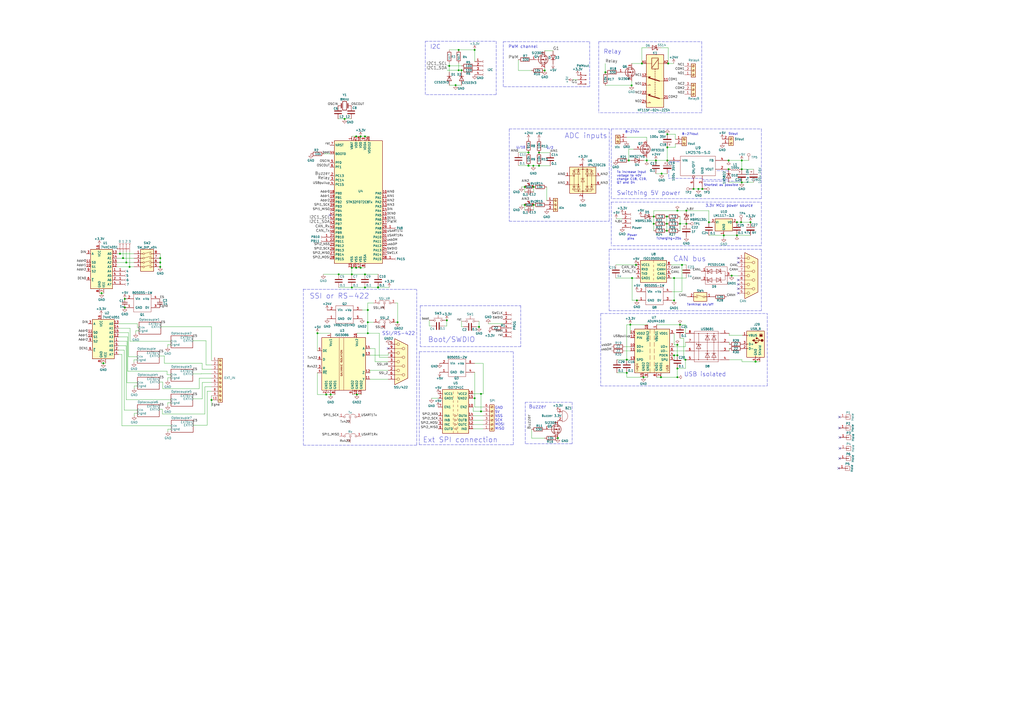
<source format=kicad_sch>
(kicad_sch (version 20211123) (generator eeschema)
  (paper "A2")
  (title_block (title "STM32F0x2 based USB<>CAN converter (isolated)") (company "SAO RAS"))
  (junction (at 189.23 228.854))
  (junction (at 306.578 88.519))
  (junction (at 391.033 174.244))
  (junction (at 309.499 108.458))
  (junction (at 363.601 216.281))
  (junction (at 435.356 128.905))
  (junction (at 391.033 206.121))
  (junction (at 387.604 36.83))
  (junction (at 392.938 218.821))
  (junction (at 196.469 159.131))
  (junction (at 75.184 154.813))
  (junction (at 211.709 166.751))
  (junction (at 366.649 161.29))
  (junction (at 392.938 200.025))
  (junction (at 191.77 228.854))
  (junction (at 219.329 166.751))
  (junction (at 430.276 98.171))
  (junction (at 386.842 129.794))
  (junction (at 92.964 149.733))
  (junction (at 394.462 129.794))
  (junction (at 312.674 88.519))
  (junction (at 419.862 136.525))
  (junction (at 73.279 152.273))
  (junction (at 213.36 193.294))
  (junction (at 380.492 93.091))
  (junction (at 323.596 254.127))
  (junction (at 392.938 206.121))
  (junction (at 72.39 173.355))
  (junction (at 59.944 210.693))
  (junction (at 266.065 40.767))
  (junction (at 368.935 153.67))
  (junction (at 306.578 96.139))
  (junction (at 71.374 149.733))
  (junction (at 369.443 174.244))
  (junction (at 309.372 96.139))
  (junction (at 309.499 118.872))
  (junction (at 391.033 161.29))
  (junction (at 199.898 68.961))
  (junction (at 213.36 186.944))
  (junction (at 383.413 218.821))
  (junction (at 207.01 228.854))
  (junction (at 92.964 152.273))
  (junction (at 267.716 40.767))
  (junction (at 213.36 179.832))
  (junction (at 264.287 49.403))
  (junction (at 209.169 79.121))
  (junction (at 211.709 79.121))
  (junction (at 206.629 79.121))
  (junction (at 315.976 40.894))
  (junction (at 209.169 155.321))
  (junction (at 411.226 128.905))
  (junction (at 219.329 166.624))
  (junction (at 379.222 129.794))
  (junction (at 429.895 128.905))
  (junction (at 405.13 109.601))
  (junction (at 230.632 186.944))
  (junction (at 351.155 41.91))
  (junction (at 72.39 178.435))
  (junction (at 387.096 93.091))
  (junction (at 392.938 213.741))
  (junction (at 394.462 188.341))
  (junction (at 304.419 118.872))
  (junction (at 398.145 129.794))
  (junction (at 304.419 108.458))
  (junction (at 204.089 155.321))
  (junction (at 279.019 238.633))
  (junction (at 306.578 96.012))
  (junction (at 363.601 208.661))
  (junction (at 206.629 155.321))
  (junction (at 430.276 105.791))
  (junction (at 69.596 147.193))
  (junction (at 387.096 77.851))
  (junction (at 387.096 85.471))
  (junction (at 422.656 98.171))
  (junction (at 275.336 28.956))
  (junction (at 277.876 189.611))
  (junction (at 211.709 159.131))
  (junction (at 312.674 96.139))
  (junction (at 204.089 159.131))
  (junction (at 427.482 136.525))
  (junction (at 438.277 209.804))
  (junction (at 379.222 125.603))
  (junction (at 392.938 122.174))
  (junction (at 398.145 122.174))
  (junction (at 366.395 49.53))
  (junction (at 364.744 93.091))
  (junction (at 260.604 38.227))
  (junction (at 184.15 193.294))
  (junction (at 204.089 166.751))
  (junction (at 375.158 93.091))
  (junction (at 58.928 170.053))
  (junction (at 402.336 109.601))
  (junction (at 122.682 232.029))
  (junction (at 430.276 93.091))
  (junction (at 386.842 125.603))
  (junction (at 424.434 159.893))
  (junction (at 275.336 231.013))
  (junction (at 395.605 153.67))
  (junction (at 259.207 185.801))
  (junction (at 373.253 218.821))
  (junction (at 279.019 228.473))
  (junction (at 266.065 28.956))
  (junction (at 422.656 93.091))
  (junction (at 383.794 100.711))
  (junction (at 407.416 109.601))
  (junction (at 386.842 133.858))
  (junction (at 365.633 188.341))
  (junction (at 397.637 208.661))
  (junction (at 92.964 154.813))
  (junction (at 372.364 36.83))
  (junction (at 306.578 88.392))
  (junction (at 438.277 209.677))
  (junction (at 427.482 128.905))
  (no_connect (at 486.537 271.653))
  (no_connect (at 225.171 202.184))
  (no_connect (at 487.172 260.096))
  (no_connect (at 428.244 152.273))
  (no_connect (at 428.244 149.733))
  (no_connect (at 428.244 164.973))
  (no_connect (at 428.244 167.513))
  (no_connect (at 428.244 170.053))
  (no_connect (at 428.244 162.433))
  (no_connect (at 191.389 124.841))
  (no_connect (at 486.918 241.935))
  (no_connect (at 486.918 248.285))
  (no_connect (at 487.172 253.746))
  (no_connect (at 487.045 265.938))
  (wire (pts (xy 365.633 208.661) (xy 363.601 208.661)))
  (wire (pts (xy 68.834 197.993) (xy 73.66 197.993)))
  (wire (pts (xy 427.482 128.905) (xy 429.895 128.905)))
  (wire (pts (xy 77.724 208.788) (xy 79.629 208.788)))
  (wire (pts (xy 430.276 93.091) (xy 422.656 93.091)))
  (wire (pts (xy 312.674 88.519) (xy 319.151 88.519)))
  (wire (pts (xy 315.976 40.894) (xy 315.976 39.624)))
  (wire (pts (xy 389.763 169.164) (xy 395.605 169.164)))
  (wire (pts (xy 78.74 193.294) (xy 78.74 191.897)))
  (wire (pts (xy 394.462 129.794) (xy 398.145 129.794)))
  (wire (pts (xy 207.01 228.854) (xy 209.55 228.854)))
  (wire (pts (xy 379.222 122.174) (xy 379.222 125.603)))
  (wire (pts (xy 96.901 217.297) (xy 99.187 217.297)))
  (wire (pts (xy 184.15 203.454) (xy 184.15 193.294)))
  (wire (pts (xy 204.089 159.131) (xy 211.709 159.131)))
  (wire (pts (xy 279.019 228.473) (xy 279.019 238.633)))
  (wire (pts (xy 75.184 146.177) (xy 75.184 154.813)))
  (wire (pts (xy 213.36 179.832) (xy 210.058 179.832)))
  (wire (pts (xy 430.276 105.791) (xy 422.656 105.791)))
  (wire (pts (xy 204.47 228.854) (xy 207.01 228.854)))
  (wire (pts (xy 419.862 136.525) (xy 427.482 136.525)))
  (wire (pts (xy 387.096 93.091) (xy 387.096 85.471)))
  (wire (pts (xy 72.009 237.871) (xy 79.756 237.871)))
  (wire (pts (xy 217.551 202.184) (xy 214.63 202.184)))
  (polyline (pts (xy 348.488 181.864) (xy 348.488 223.901)))
  (polyline (pts (xy 331.851 233.299) (xy 331.851 257.429)))
  (wire (pts (xy 280.289 210.82) (xy 275.336 210.82)))
  (wire (pts (xy 423.037 208.661) (xy 430.403 208.661)))
  (wire (pts (xy 309.372 96.139) (xy 312.674 96.139)))
  (wire (pts (xy 257.81 189.103) (xy 259.207 189.103)))
  (wire (pts (xy 302.514 118.872) (xy 304.419 118.872)))
  (wire (pts (xy 397.764 208.661) (xy 397.637 208.661)))
  (wire (pts (xy 122.682 232.029) (xy 122.682 235.712)))
  (wire (pts (xy 58.928 170.053) (xy 60.198 170.053)))
  (polyline (pts (xy 348.488 223.901) (xy 445.008 223.901)))
  (wire (pts (xy 362.458 203.581) (xy 365.633 203.581)))
  (wire (pts (xy 112.014 246.634) (xy 120.142 246.634)))
  (wire (pts (xy 398.145 122.174) (xy 411.226 122.174)))
  (wire (pts (xy 394.462 195.961) (xy 394.462 196.215)))
  (wire (pts (xy 423.037 198.501) (xy 423.037 199.644)))
  (wire (pts (xy 117.348 231.394) (xy 117.348 221.869)))
  (wire (pts (xy 274.447 248.793) (xy 280.289 248.793)))
  (polyline (pts (xy 176.022 167.64) (xy 176.022 258.191)))
  (wire (pts (xy 274.447 246.253) (xy 280.289 246.253)))
  (wire (pts (xy 396.621 208.661) (xy 396.621 196.215)))
  (wire (pts (xy 67.818 154.813) (xy 75.184 154.813)))
  (polyline (pts (xy 394.081 93.726) (xy 389.001 93.726)))
  (wire (pts (xy 73.152 231.775) (xy 99.187 231.775)))
  (polyline (pts (xy 389.001 93.726) (xy 389.001 94.488)))
  (wire (pts (xy 405.13 109.601) (xy 402.336 109.601)))
  (wire (pts (xy 219.329 166.751) (xy 219.329 166.624)))
  (polyline (pts (xy 291.973 24.13) (xy 342.011 24.13)))
  (wire (pts (xy 357.251 161.29) (xy 366.649 161.29)))
  (wire (pts (xy 122.682 189.611) (xy 122.682 209.169)))
  (wire (pts (xy 67.818 152.273) (xy 73.279 152.273)))
  (wire (pts (xy 213.36 193.294) (xy 213.36 186.944)))
  (wire (pts (xy 214.63 214.884) (xy 214.63 216.154)))
  (wire (pts (xy 111.887 231.394) (xy 117.348 231.394)))
  (wire (pts (xy 389.255 161.29) (xy 391.033 161.29)))
  (polyline (pts (xy 342.011 24.13) (xy 342.011 50.292)))
  (wire (pts (xy 275.336 28.956) (xy 275.336 35.687)))
  (wire (pts (xy 70.739 247.015) (xy 99.314 247.015)))
  (wire (pts (xy 304.419 108.458) (xy 304.419 111.379)))
  (polyline (pts (xy 354.457 117.221) (xy 441.706 117.221)))
  (polyline (pts (xy 445.008 223.901) (xy 445.008 181.864)))
  (wire (pts (xy 392.938 213.741) (xy 392.938 218.821)))
  (wire (pts (xy 119.507 211.709) (xy 122.682 211.709)))
  (wire (pts (xy 92.329 206.502) (xy 95.377 206.502)))
  (wire (pts (xy 317.119 108.458) (xy 317.119 116.332)))
  (wire (pts (xy 79.756 187.833) (xy 79.756 189.992)))
  (wire (pts (xy 300.736 96.012) (xy 306.578 96.012)))
  (wire (pts (xy 92.964 152.273) (xy 92.964 154.813)))
  (wire (pts (xy 184.15 216.154) (xy 184.15 228.854)))
  (wire (pts (xy 375.158 79.629) (xy 375.158 81.407)))
  (polyline (pts (xy 407.289 103.505) (xy 387.985 103.505)))
  (wire (pts (xy 209.169 79.121) (xy 211.709 79.121)))
  (polyline (pts (xy 302.133 201.041) (xy 243.713 201.041)))
  (wire (pts (xy 379.222 129.794) (xy 379.222 133.858)))
  (wire (pts (xy 300.736 34.544) (xy 300.736 40.894)))
  (polyline (pts (xy 347.345 24.13) (xy 347.345 65.405)))
  (wire (pts (xy 427.482 136.525) (xy 435.356 136.525)))
  (wire (pts (xy 77.724 210.185) (xy 77.724 208.788)))
  (wire (pts (xy 69.596 147.193) (xy 77.724 147.193)))
  (wire (pts (xy 373.253 218.821) (xy 363.601 218.821)))
  (wire (pts (xy 260.604 28.956) (xy 266.065 28.956)))
  (wire (pts (xy 97.282 233.68) (xy 99.187 233.68)))
  (wire (pts (xy 209.169 155.321) (xy 211.709 155.321)))
  (wire (pts (xy 395.605 153.67) (xy 398.145 153.67)))
  (wire (pts (xy 68.834 200.533) (xy 73.152 200.533)))
  (wire (pts (xy 250.317 231.013) (xy 254.127 231.013)))
  (wire (pts (xy 429.895 128.905) (xy 435.356 128.905)))
  (wire (pts (xy 214.63 205.994) (xy 225.171 205.994)))
  (wire (pts (xy 92.964 147.193) (xy 92.964 149.733)))
  (wire (pts (xy 391.033 193.421) (xy 391.033 200.025)))
  (wire (pts (xy 275.336 215.9) (xy 275.336 231.013)))
  (wire (pts (xy 94.234 240.157) (xy 118.872 240.157)))
  (wire (pts (xy 396.621 196.215) (xy 394.462 196.215)))
  (wire (pts (xy 122.682 229.489) (xy 122.682 232.029)))
  (wire (pts (xy 230.632 186.944) (xy 230.632 175.768)))
  (wire (pts (xy 357.251 153.67) (xy 368.935 153.67)))
  (polyline (pts (xy 175.895 167.894) (xy 241.681 167.894)))
  (wire (pts (xy 357.886 216.281) (xy 363.601 216.281)))
  (wire (pts (xy 300.736 40.894) (xy 308.356 40.894)))
  (wire (pts (xy 95.377 206.502) (xy 95.377 210.693)))
  (wire (pts (xy 363.601 218.821) (xy 363.601 216.281)))
  (wire (pts (xy 383.794 100.711) (xy 387.096 100.711)))
  (polyline (pts (xy 246.761 54.864) (xy 246.761 23.876)))
  (wire (pts (xy 375.158 93.091) (xy 375.158 91.567)))
  (wire (pts (xy 387.096 77.851) (xy 391.795 77.851)))
  (polyline (pts (xy 422.275 98.933) (xy 415.925 98.933)))
  (polyline (pts (xy 243.205 203.962) (xy 243.205 258.064)))
  (wire (pts (xy 392.938 213.614) (xy 392.938 213.741)))
  (polyline (pts (xy 415.925 98.806) (xy 415.925 98.933)))
  (wire (pts (xy 204.089 155.321) (xy 204.089 159.131)))
  (wire (pts (xy 74.549 192.913) (xy 74.549 206.883)))
  (wire (pts (xy 397.637 208.661) (xy 396.621 208.661)))
  (polyline (pts (xy 422.275 99.695) (xy 422.275 98.933)))
  (wire (pts (xy 116.713 216.789) (xy 116.713 216.916)))
  (wire (pts (xy 274.447 228.473) (xy 279.019 228.473)))
  (wire (pts (xy 73.279 152.273) (xy 77.724 152.273)))
  (wire (pts (xy 217.551 209.804) (xy 217.551 202.184)))
  (wire (pts (xy 363.601 216.281) (xy 363.601 216.154)))
  (wire (pts (xy 97.409 250.317) (xy 97.409 248.92)))
  (wire (pts (xy 117.348 221.869) (xy 122.682 221.869)))
  (wire (pts (xy 412.242 128.905) (xy 411.226 128.905)))
  (wire (pts (xy 387.604 27.686) (xy 383.413 27.686)))
  (wire (pts (xy 363.474 79.629) (xy 375.158 79.629)))
  (wire (pts (xy 189.23 228.854) (xy 191.77 228.854)))
  (wire (pts (xy 392.938 200.025) (xy 392.938 206.121)))
  (wire (pts (xy 407.416 109.601) (xy 405.13 109.601)))
  (wire (pts (xy 267.716 186.309) (xy 267.716 189.611)))
  (wire (pts (xy 184.15 228.854) (xy 189.23 228.854)))
  (wire (pts (xy 206.629 79.121) (xy 209.169 79.121)))
  (wire (pts (xy 391.795 83.312) (xy 391.795 85.471)))
  (wire (pts (xy 364.744 86.487) (xy 367.538 86.487)))
  (wire (pts (xy 207.01 193.294) (xy 213.36 193.294)))
  (polyline (pts (xy 295.402 128.27) (xy 353.441 128.27)))
  (wire (pts (xy 93.345 189.611) (xy 122.682 189.611)))
  (polyline (pts (xy 331.851 257.429) (xy 304.673 257.429)))
  (wire (pts (xy 213.36 186.944) (xy 216.789 186.944)))
  (polyline (pts (xy 243.713 177.292) (xy 243.713 201.041)))
  (wire (pts (xy 373.253 218.821) (xy 375.793 218.821)))
  (wire (pts (xy 366.395 49.53) (xy 366.395 46.99)))
  (wire (pts (xy 73.66 221.996) (xy 79.756 221.996)))
  (wire (pts (xy 118.872 240.157) (xy 118.872 224.409)))
  (wire (pts (xy 380.492 93.091) (xy 387.096 93.091)))
  (polyline (pts (xy 241.681 258.191) (xy 241.681 167.894)))
  (wire (pts (xy 59.944 210.693) (xy 61.214 210.693)))
  (wire (pts (xy 389.255 153.67) (xy 395.605 153.67)))
  (wire (pts (xy 308.356 254.127) (xy 308.356 249.047)))
  (polyline (pts (xy 387.985 98.679) (xy 387.985 103.505)))
  (wire (pts (xy 199.898 68.961) (xy 203.708 68.961)))
  (polyline (pts (xy 291.973 50.292) (xy 291.973 24.13)))
  (wire (pts (xy 115.57 219.329) (xy 122.682 219.329)))
  (wire (pts (xy 362.458 201.041) (xy 365.633 201.041)))
  (wire (pts (xy 276.479 189.611) (xy 277.876 189.611)))
  (wire (pts (xy 438.277 209.804) (xy 440.817 209.804)))
  (wire (pts (xy 68.834 187.833) (xy 79.756 187.833)))
  (polyline (pts (xy 295.402 74.803) (xy 353.441 74.803)))
  (polyline (pts (xy 441.706 117.221) (xy 441.706 142.621)))
  (wire (pts (xy 267.716 189.611) (xy 268.859 189.611)))
  (wire (pts (xy 437.134 98.171) (xy 430.276 98.171)))
  (wire (pts (xy 397.637 198.501) (xy 397.637 201.041)))
  (polyline (pts (xy 354.584 74.803) (xy 441.706 74.803)))
  (wire (pts (xy 196.088 68.961) (xy 199.898 68.961)))
  (wire (pts (xy 259.207 189.103) (xy 259.207 185.801)))
  (wire (pts (xy 394.462 188.341) (xy 397.637 188.341)))
  (wire (pts (xy 395.605 169.164) (xy 395.605 153.67)))
  (wire (pts (xy 71.374 149.733) (xy 77.724 149.733)))
  (wire (pts (xy 391.033 203.581) (xy 397.637 203.581)))
  (wire (pts (xy 275.336 231.013) (xy 274.447 231.013)))
  (wire (pts (xy 380.873 188.341) (xy 394.462 188.341)))
  (wire (pts (xy 74.041 195.453) (xy 74.041 215.265)))
  (wire (pts (xy 375.793 27.686) (xy 372.364 27.686)))
  (wire (pts (xy 266.065 36.576) (xy 266.065 40.767)))
  (wire (pts (xy 260.604 38.227) (xy 267.716 38.227)))
  (wire (pts (xy 306.578 88.392) (xy 306.578 88.519)))
  (wire (pts (xy 304.419 118.872) (xy 304.419 121.793)))
  (wire (pts (xy 73.152 200.533) (xy 73.152 231.775)))
  (wire (pts (xy 220.091 207.264) (xy 220.091 193.294)))
  (wire (pts (xy 280.289 238.633) (xy 279.019 238.633)))
  (wire (pts (xy 260.604 38.227) (xy 260.604 41.783)))
  (wire (pts (xy 312.674 96.139) (xy 319.151 96.139)))
  (wire (pts (xy 277.876 189.611) (xy 277.876 186.309)))
  (wire (pts (xy 387.604 36.83) (xy 387.604 27.686)))
  (wire (pts (xy 77.851 241.173) (xy 77.851 239.776)))
  (wire (pts (xy 214.63 219.964) (xy 225.171 219.964)))
  (wire (pts (xy 394.462 129.794) (xy 394.462 133.858)))
  (wire (pts (xy 430.403 208.661) (xy 430.403 209.804)))
  (wire (pts (xy 120.142 246.634) (xy 120.142 226.949)))
  (wire (pts (xy 364.744 93.091) (xy 364.744 86.487)))
  (wire (pts (xy 423.037 202.184) (xy 423.037 203.581)))
  (wire (pts (xy 191.77 228.854) (xy 194.31 228.854)))
  (wire (pts (xy 96.901 215.265) (xy 96.901 217.297)))
  (wire (pts (xy 315.976 254.127) (xy 308.356 254.127)))
  (wire (pts (xy 75.438 197.993) (xy 75.438 190.373)))
  (wire (pts (xy 74.041 215.265) (xy 96.901 215.265)))
  (wire (pts (xy 386.842 129.794) (xy 386.842 133.858)))
  (wire (pts (xy 274.447 236.093) (xy 274.447 238.633)))
  (polyline (pts (xy 407.035 24.13) (xy 407.035 65.405)))
  (wire (pts (xy 58.674 210.693) (xy 59.944 210.693)))
  (polyline (pts (xy 347.345 24.13) (xy 407.035 24.13)))
  (wire (pts (xy 122.682 216.789) (xy 116.713 216.789)))
  (wire (pts (xy 77.851 223.901) (xy 79.756 223.901)))
  (polyline (pts (xy 407.035 65.405) (xy 347.345 65.405)))
  (wire (pts (xy 249.047 185.801) (xy 249.047 189.103)))
  (wire (pts (xy 264.287 49.403) (xy 267.716 49.403)))
  (wire (pts (xy 306.578 96.012) (xy 306.578 96.139)))
  (wire (pts (xy 73.279 146.177) (xy 73.279 152.273)))
  (wire (pts (xy 213.36 186.944) (xy 213.36 179.832)))
  (wire (pts (xy 68.834 195.453) (xy 74.041 195.453)))
  (wire (pts (xy 225.171 214.884) (xy 214.63 214.884)))
  (polyline (pts (xy 348.488 181.864) (xy 445.008 181.864)))
  (wire (pts (xy 369.443 174.244) (xy 366.649 174.244)))
  (wire (pts (xy 306.578 96.139) (xy 309.372 96.139)))
  (polyline (pts (xy 354.584 117.221) (xy 354.584 142.621)))
  (wire (pts (xy 391.033 206.121) (xy 392.938 206.121)))
  (wire (pts (xy 97.282 220.599) (xy 97.282 219.202)))
  (wire (pts (xy 229.489 186.944) (xy 230.632 186.944)))
  (wire (pts (xy 75.184 154.813) (xy 77.724 154.813)))
  (wire (pts (xy 351.155 49.53) (xy 366.395 49.53)))
  (wire (pts (xy 77.851 225.298) (xy 77.851 223.901)))
  (wire (pts (xy 225.806 166.751) (xy 219.329 166.751)))
  (wire (pts (xy 392.938 122.174) (xy 379.222 122.174)))
  (wire (pts (xy 117.221 210.693) (xy 117.221 214.249)))
  (wire (pts (xy 211.709 159.131) (xy 219.329 159.131)))
  (wire (pts (xy 67.818 149.733) (xy 71.374 149.733)))
  (polyline (pts (xy 287.782 23.876) (xy 287.782 54.864)))
  (wire (pts (xy 283.21 187.706) (xy 291.719 187.706)))
  (wire (pts (xy 398.145 122.174) (xy 392.938 122.174)))
  (polyline (pts (xy 407.924 105.029) (xy 429.768 105.029)))
  (polyline (pts (xy 353.441 128.27) (xy 353.441 74.803)))
  (wire (pts (xy 79.756 189.992) (xy 80.645 189.992)))
  (wire (pts (xy 274.447 241.173) (xy 280.289 241.173)))
  (wire (pts (xy 430.403 209.804) (xy 438.277 209.804)))
  (wire (pts (xy 77.851 239.776) (xy 79.756 239.776)))
  (wire (pts (xy 394.462 125.603) (xy 394.462 129.794)))
  (wire (pts (xy 411.226 122.174) (xy 411.226 128.905)))
  (polyline (pts (xy 243.205 258.064) (xy 297.815 258.064)))
  (polyline (pts (xy 243.713 177.292) (xy 302.133 177.292)))
  (wire (pts (xy 373.38 93.091) (xy 375.158 93.091)))
  (wire (pts (xy 266.065 40.767) (xy 267.716 40.767)))
  (wire (pts (xy 267.716 41.783) (xy 267.716 40.767)))
  (wire (pts (xy 280.289 236.093) (xy 275.336 236.093)))
  (polyline (pts (xy 353.314 144.653) (xy 353.314 180.213)))
  (wire (pts (xy 309.499 108.458) (xy 309.499 111.379)))
  (wire (pts (xy 372.364 27.686) (xy 372.364 36.83)))
  (wire (pts (xy 97.282 199.898) (xy 99.187 199.898)))
  (wire (pts (xy 94.234 237.49) (xy 94.234 240.157)))
  (wire (pts (xy 266.065 40.767) (xy 259.334 40.767)))
  (wire (pts (xy 72.009 203.073) (xy 72.009 237.871)))
  (wire (pts (xy 392.938 213.741) (xy 397.637 213.741)))
  (wire (pts (xy 380.873 218.821) (xy 383.413 218.821)))
  (wire (pts (xy 95.377 210.693) (xy 117.221 210.693)))
  (wire (pts (xy 67.818 147.193) (xy 69.596 147.193)))
  (wire (pts (xy 398.145 161.29) (xy 391.033 161.29)))
  (wire (pts (xy 57.658 170.053) (xy 58.928 170.053)))
  (wire (pts (xy 219.329 166.751) (xy 211.709 166.751)))
  (wire (pts (xy 274.447 243.713) (xy 280.289 243.713)))
  (wire (pts (xy 266.065 28.956) (xy 275.336 28.956)))
  (wire (pts (xy 391.795 85.471) (xy 387.096 85.471)))
  (wire (pts (xy 120.142 226.949) (xy 122.682 226.949)))
  (wire (pts (xy 73.66 197.993) (xy 73.66 221.996)))
  (wire (pts (xy 279.019 228.473) (xy 280.289 228.473)))
  (polyline (pts (xy 295.402 74.803) (xy 295.402 128.27)))
  (wire (pts (xy 424.434 159.893) (xy 428.244 159.893)))
  (wire (pts (xy 320.802 29.464) (xy 315.976 29.464)))
  (polyline (pts (xy 297.815 258.064) (xy 297.815 203.962)))
  (polyline (pts (xy 176.022 258.191) (xy 241.681 258.191)))
  (wire (pts (xy 300.736 88.392) (xy 306.578 88.392)))
  (wire (pts (xy 97.282 235.077) (xy 97.282 233.68)))
  (wire (pts (xy 379.222 125.603) (xy 379.222 129.794)))
  (wire (pts (xy 213.36 175.768) (xy 216.662 175.768)))
  (wire (pts (xy 220.091 193.294) (xy 213.36 193.294)))
  (wire (pts (xy 302.514 108.458) (xy 304.419 108.458)))
  (polyline (pts (xy 441.706 142.621) (xy 354.584 142.621)))
  (wire (pts (xy 119.507 211.709) (xy 119.507 197.612)))
  (wire (pts (xy 380.492 100.711) (xy 383.794 100.711)))
  (wire (pts (xy 117.221 214.249) (xy 122.682 214.249)))
  (wire (pts (xy 225.171 205.994) (xy 225.171 204.724)))
  (wire (pts (xy 92.456 237.49) (xy 94.234 237.49)))
  (wire (pts (xy 78.74 191.897) (xy 80.645 191.897)))
  (wire (pts (xy 196.469 166.751) (xy 204.089 166.751)))
  (wire (pts (xy 430.276 98.171) (xy 430.276 93.091)))
  (polyline (pts (xy 422.402 104.14) (xy 407.797 104.14)))
  (wire (pts (xy 196.469 159.131) (xy 204.089 159.131)))
  (wire (pts (xy 438.277 209.804) (xy 438.277 209.677)))
  (wire (pts (xy 230.632 175.768) (xy 229.362 175.768)))
  (polyline (pts (xy 287.782 54.864) (xy 246.761 54.864)))
  (polyline (pts (xy 441.706 115.189) (xy 354.584 115.189)))
  (wire (pts (xy 383.413 218.821) (xy 392.938 218.821)))
  (wire (pts (xy 111.887 216.916) (xy 116.713 216.916)))
  (polyline (pts (xy 441.706 180.213) (xy 353.314 180.213)))
  (polyline (pts (xy 246.761 23.876) (xy 287.782 23.876)))
  (wire (pts (xy 397.637 213.741) (xy 397.637 208.661)))
  (wire (pts (xy 430.657 194.564) (xy 423.037 194.564)))
  (wire (pts (xy 391.033 201.041) (xy 397.637 201.041)))
  (wire (pts (xy 118.872 224.409) (xy 122.682 224.409)))
  (polyline (pts (xy 304.673 233.299) (xy 331.851 233.299)))
  (wire (pts (xy 351.155 41.91) (xy 351.155 36.83)))
  (wire (pts (xy 363.601 188.341) (xy 365.633 188.341)))
  (wire (pts (xy 75.438 190.373) (xy 68.834 190.373)))
  (wire (pts (xy 309.499 118.872) (xy 309.499 121.793)))
  (wire (pts (xy 204.089 166.751) (xy 211.709 166.751)))
  (wire (pts (xy 423.037 194.564) (xy 423.037 193.421)))
  (wire (pts (xy 391.033 161.29) (xy 391.033 174.244)))
  (wire (pts (xy 187.579 159.131) (xy 196.469 159.131)))
  (wire (pts (xy 259.334 38.227) (xy 260.604 38.227)))
  (wire (pts (xy 391.033 174.244) (xy 389.763 174.244)))
  (wire (pts (xy 391.795 77.851) (xy 391.795 80.772)))
  (wire (pts (xy 260.604 36.576) (xy 260.604 38.227)))
  (wire (pts (xy 386.842 125.603) (xy 386.842 129.794)))
  (wire (pts (xy 71.374 146.177) (xy 71.374 149.733)))
  (wire (pts (xy 187.96 89.281) (xy 191.389 89.281)))
  (wire (pts (xy 280.289 228.473) (xy 280.289 210.82)))
  (wire (pts (xy 365.633 188.341) (xy 375.793 188.341)))
  (wire (pts (xy 391.033 200.025) (xy 392.938 200.025)))
  (wire (pts (xy 375.158 93.091) (xy 380.492 93.091)))
  (wire (pts (xy 97.282 219.202) (xy 99.187 219.202)))
  (wire (pts (xy 111.887 197.612) (xy 119.507 197.612)))
  (wire (pts (xy 387.604 36.83) (xy 390.779 36.83)))
  (wire (pts (xy 366.395 36.83) (xy 372.364 36.83)))
  (wire (pts (xy 365.633 193.421) (xy 365.633 188.341)))
  (wire (pts (xy 411.226 136.525) (xy 419.862 136.525)))
  (wire (pts (xy 211.709 79.121) (xy 214.249 79.121)))
  (wire (pts (xy 260.604 49.403) (xy 264.287 49.403)))
  (wire (pts (xy 69.596 146.177) (xy 69.596 147.193)))
  (wire (pts (xy 68.834 205.613) (xy 70.739 205.613)))
  (wire (pts (xy 430.276 105.791) (xy 437.134 105.791)))
  (wire (pts (xy 70.739 205.613) (xy 70.739 247.015)))
  (wire (pts (xy 397.637 188.341) (xy 397.637 193.421)))
  (polyline (pts (xy 354.584 115.189) (xy 354.584 74.803)))
  (polyline (pts (xy 407.797 103.632) (xy 407.797 104.14)))
  (wire (pts (xy 366.649 161.29) (xy 368.935 161.29)))
  (wire (pts (xy 225.171 207.264) (xy 220.091 207.264)))
  (wire (pts (xy 115.57 225.425) (xy 115.57 219.329)))
  (polyline (pts (xy 243.205 203.962) (xy 297.815 203.962)))
  (wire (pts (xy 204.089 79.121) (xy 206.629 79.121)))
  (wire (pts (xy 275.336 231.013) (xy 275.336 236.093)))
  (wire (pts (xy 97.282 201.295) (xy 97.282 199.898)))
  (wire (pts (xy 94.361 225.425) (xy 115.57 225.425)))
  (wire (pts (xy 92.964 149.733) (xy 92.964 152.273)))
  (polyline (pts (xy 302.133 177.292) (xy 302.133 201.041)))
  (wire (pts (xy 391.033 206.121) (xy 391.033 208.661)))
  (wire (pts (xy 249.047 189.103) (xy 250.19 189.103)))
  (wire (pts (xy 206.629 155.321) (xy 209.169 155.321)))
  (wire (pts (xy 94.361 221.615) (xy 94.361 225.425)))
  (polyline (pts (xy 342.011 50.292) (xy 291.973 50.292)))
  (wire (pts (xy 213.36 179.832) (xy 213.36 175.768)))
  (wire (pts (xy 274.447 238.633) (xy 279.019 238.633)))
  (polyline (pts (xy 304.673 257.429) (xy 304.673 233.299)))
  (wire (pts (xy 357.886 208.661) (xy 363.601 208.661)))
  (wire (pts (xy 184.15 193.294) (xy 191.77 193.294)))
  (wire (pts (xy 357.505 126.873) (xy 360.934 126.873)))
  (wire (pts (xy 204.089 155.321) (xy 206.629 155.321)))
  (wire (pts (xy 363.601 208.661) (xy 363.601 188.341)))
  (wire (pts (xy 365.76 93.091) (xy 364.744 93.091)))
  (wire (pts (xy 74.549 206.883) (xy 79.629 206.883)))
  (wire (pts (xy 92.456 221.615) (xy 94.361 221.615)))
  (wire (pts (xy 332.486 46.228) (xy 335.026 46.228)))
  (wire (pts (xy 68.834 203.073) (xy 72.009 203.073)))
  (polyline (pts (xy 441.706 144.653) (xy 441.706 180.213)))
  (wire (pts (xy 68.834 192.913) (xy 74.549 192.913)))
  (polyline (pts (xy 353.314 144.653) (xy 441.706 144.653)))
  (wire (pts (xy 419.862 137.795) (xy 419.862 136.525)))
  (wire (pts (xy 99.187 197.993) (xy 75.438 197.993)))
  (polyline (pts (xy 441.706 74.803) (xy 441.706 115.189)))
  (wire (pts (xy 366.649 174.244) (xy 366.649 161.29)))
  (wire (pts (xy 434.34 93.091) (xy 430.276 93.091)))
  (wire (pts (xy 225.171 209.804) (xy 217.551 209.804)))
  (wire (pts (xy 97.409 248.92) (xy 99.314 248.92)))
  (text "8-27Vout" (at 395.605 78.613 0) (effects (font (size 1.27 1.27)) (justify left bottom)))
  (text "U/2" (at 316.992 86.614 0) (effects (font (size 1.27 1.27)) (justify left bottom)))
  (text "Switching 5V power" (at 357.759 113.538 0) (effects (font (size 2.4892 2.4892)) (justify left bottom)))
  (text "PWM channel" (at 294.894 28.194 0) (effects (font (size 1.7018 1.7018)) (justify left bottom)))
  (text "Buzzer" (at 306.705 237.236 0) (effects (font (size 2.0066 2.0066)) (justify left bottom)))
  (text "Shortest as possible" (at 408.305 108.204 0) (effects (font (size 1.27 1.27)) (justify left bottom)))
  (text "CAN bus" (at 390.525 152.019 0) (effects (font (size 3 3)) (justify left bottom)))
  (text "U/10" (at 299.466 86.36 0) (effects (font (size 1.27 1.27)) (justify left bottom)))
  (text "USB isolated" (at 396.748 218.694 0) (effects (font (size 2.5 2.5)) (justify left bottom)))
  (text "To increase input\nvoltage to 40V\nchange C18, C19,\nQ7 and D4" (at 357.759 106.807 0) (effects (font (size 1.27 1.27)) (justify left bottom)))
  (text "GND\n5V\nNSS\nSCK\nMOSI\nMISO" (at 287.02 249.555 0) (effects (font (size 1.5 1.5)) (justify left bottom)))
  (text "Boot/SWDIO" (at 248.285 198.882 0) (effects (font (size 3 3)) (justify left bottom)))
  (text "3.3V MCU power source" (at 409.194 120.269 0) (effects (font (size 1.524 1.524)) (justify left bottom)))
  (text "Ext SPI connection" (at 245.364 257.048 0) (effects (font (size 3 3)) (justify left bottom)))
  (text "8-27Vin" (at 362.712 77.343 0) (effects (font (size 1.27 1.27)) (justify left bottom)))
  (text "Tcharging=25s" (at 380.746 139.192 0) (effects (font (size 1.27 1.27)) (justify left bottom)))
  (text "I2C" (at 255.651 28.702 180) (effects (font (size 2.4892 2.4892)) (justify right bottom)))
  (text "ADC inputs" (at 327.533 80.645 0) (effects (font (size 3 3)) (justify left bottom)))
  (text "Power\npins\n" (at 363.855 139.319 0) (effects (font (size 1.27 1.27)) (justify left bottom)))
  (text "5Vout" (at 422.529 78.486 0) (effects (font (size 1.27 1.27)) (justify left bottom)))
  (text "Terminal on/off" (at 398.399 177.546 0) (effects (font (size 1.27 1.27)) (justify left bottom)))
  (text "Relay" (at 350.139 31.496 0) (effects (font (size 2.4892 2.4892)) (justify left bottom)))
  (text "SSI/RS-422" (at 221.615 194.691 0) (effects (font (size 2 2)) (justify left bottom)))
  (text "SSI or RS-422" (at 179.578 173.609 0) (effects (font (size 3 3)) (justify left bottom)))
  (label "E5" (at 92.456 235.712 0))
  (label "Addr2" (at 50.038 157.353 180))
  (label "Addr2" (at 51.054 197.993 180))
  (label "USART1Rx" (at 224.409 137.541 0))
  (label "SWCLK" (at 291.719 182.626 180))
  (label "AIN3" (at 306.959 116.332 180))
  (label "boot" (at 291.719 192.786 180))
  (label "DEN1" (at 224.409 127.381 0))
  (label "OSCOUT" (at 191.389 96.901 180))
  (label "COM1" (at 387.604 46.99 0))
  (label "G1" (at 335.026 48.768 180) (effects (font (size 1.7018 1.7018))))
  (label "Tx422" (at 203.073 245.618 180))
  (label "USBpullup" (at 191.389 107.061 180))
  (label "rst" (at 191.389 84.201 180))
  (label "AIN2" (at 306.959 105.918 180))
  (label "SPI2_MISO" (at 191.389 147.701 180))
  (label "NC2" (at 372.364 54.61 180))
  (label "Rx422" (at 184.15 213.614 180))
  (label "CANL" (at 406.654 157.353 180))
  (label "Addr2" (at 191.389 117.221 180))
  (label "Addr0" (at 50.038 152.273 180))
  (label "AIN3" (at 224.409 119.761 0))
  (label "CAN_Rx" (at 368.935 156.21 180) (effects (font (size 1.524 1.524))))
  (label "COM2" (at 387.604 57.15 0))
  (label "NO2" (at 397.129 54.61 180))
  (label "SPI1_MISO" (at 191.389 122.301 180))
  (label "AIN1" (at 224.409 114.681 0))
  (label "CAN_Tx" (at 368.935 158.75 180) (effects (font (size 1.524 1.524))))
  (label "NC2" (at 397.129 49.53 180))
  (label "Relay" (at 351.155 36.83 0) (effects (font (size 1.7018 1.7018))))
  (label "COM1" (at 397.129 40.894 180))
  (label "NO1" (at 372.364 49.53 180))
  (label "AIN1" (at 327.914 107.061 180))
  (label "CANH" (at 428.244 157.353 180))
  (label "usbDP" (at 224.409 142.621 0))
  (label "OSCOUT" (at 203.708 61.341 0))
  (label "boot" (at 191.389 89.281 180))
  (label "AIN0" (at 224.409 112.141 0))
  (label "USBpullup" (at 365.633 195.961 180))
  (label "Addr1" (at 50.038 154.813 180))
  (label "USART1Rx" (at 209.55 252.984 0))
  (label "DIN" (at 50.038 147.193 180))
  (label "CAN_Rx" (at 191.389 132.461 180) (effects (font (size 1.524 1.524))))
  (label "I2C1_SDA" (at 259.334 40.767 180) (effects (font (size 1.7018 1.7018))))
  (label "SPI2_MOSI" (at 254.127 246.253 180))
  (label "Rx422" (at 203.2 256.794 180))
  (label "CANH" (at 406.654 162.433 180))
  (label "Tx422" (at 184.15 208.534 180))
  (label "NO2" (at 372.364 59.69 180))
  (label "usbDM" (at 224.409 140.081 0))
  (label "boot" (at 249.047 185.801 180))
  (label "SPI2_NSS" (at 191.389 142.621 180))
  (label "Addr1" (at 191.389 114.681 180))
  (label "AIN2" (at 348.234 101.981 0))
  (label "NC1" (at 397.129 38.354 180))
  (label "PWM" (at 224.409 129.921 0) (effects (font (size 1.7018 1.7018))))
  (label "DIN" (at 51.054 187.833 180))
  (label "CAN_Tx" (at 191.389 135.001 180) (effects (font (size 1.524 1.524))))
  (label "I2C1_SCL" (at 259.334 38.227 180) (effects (font (size 1.7018 1.7018))))
  (label "SPI2_SCK" (at 191.389 145.161 180))
  (label "SWDIO" (at 224.409 145.161 0))
  (label "CANL" (at 398.653 172.212 180))
  (label "E5" (at 93.345 187.833 0))
  (label "E5" (at 111.887 195.834 0))
  (label "E5" (at 92.456 219.837 0))
  (label "USART1Tx" (at 224.409 135.001 0))
  (label "NC1" (at 372.364 44.45 180))
  (label "DIN" (at 224.409 122.301 0))
  (label "4.6V" (at 360.934 129.413 180))
  (label "CANH" (at 421.513 172.212 0))
  (label "I2C1_SDA" (at 191.389 129.921 180) (effects (font (size 1.7018 1.7018))))
  (label "DEN0" (at 224.409 124.841 0))
  (label "Egnd" (at 92.71 178.435 0))
  (label "SWDIO" (at 291.719 185.166 180))
  (label "AIN3" (at 348.234 107.061 0))
  (label "AIN0" (at 327.914 101.981 180))
  (label "AIN1" (at 319.151 88.519 0))
  (label "CANL" (at 389.255 158.75 0))
  (label "Addr0" (at 191.389 112.141 180))
  (label "E5" (at 112.014 244.856 0))
  (label "CANL" (at 428.244 154.813 180))
  (label "DEN1" (at 51.054 203.073 180))
  (label "Relay" (at 191.389 104.521 180) (effects (font (size 1.7018 1.7018))))
  (label "SPI1_SCK" (at 196.723 241.808 180))
  (label "COM2" (at 397.129 52.07 180))
  (label "rst" (at 267.716 186.309 180))
  (label "Egnd" (at 122.682 235.712 0))
  (label "SPI1_MISO" (at 196.85 252.984 180))
  (label "E5" (at 92.329 204.724 0))
  (label "SSI_Z" (at 225.171 217.424 180))
  (label "AIN0" (at 300.736 88.392 180))
  (label "NO1" (at 397.129 43.434 180))
  (label "Buzzer" (at 308.356 249.047 90) (effects (font (size 1.7018 1.7018))))
  (label "4.6V" (at 398.145 122.174 0))
  (label "SPI2_MOSI" (at 191.389 150.241 180))
  (label "OSCIN" (at 191.389 94.361 180))
  (label "USART1Tx" (at 209.423 241.808 0))
  (label "SSI_VR" (at 225.171 212.344 180))
  (label "rst" (at 291.719 195.326 180))
  (label "SPI2_SCK" (at 254.127 243.713 180))
  (label "SWCLK" (at 224.409 147.701 0))
  (label "SSI_Z" (at 223.139 190.754 180))
  (label "Buzzer" (at 191.389 101.981 180) (effects (font (size 1.7018 1.7018))))
  (label "E5" (at 92.71 173.355 0))
  (label "AIN2" (at 224.409 117.221 0))
  (label "PWM" (at 300.736 34.544 180) (effects (font (size 1.7018 1.7018))))
  (label "I2C1_SCL" (at 191.389 127.381 180) (effects (font (size 1.7018 1.7018))))
  (label "Addr1" (at 51.054 195.453 180))
  (label "E5" (at 111.887 229.616 0))
  (label "SSI_VR" (at 223.012 179.578 180))
  (label "usbDP" (at 354.838 201.041 180))
  (label "SPI2_MISO" (at 254.127 248.793 180))
  (label "G1" (at 320.802 29.464 0) (effects (font (size 1.7018 1.7018))))
  (label "SPI1_SCK" (at 191.389 119.761 180))
  (label "DEN0" (at 50.038 162.433 180))
  (label "E5" (at 111.887 215.138 0))
  (label "usbDM" (at 354.838 203.581 180))
  (label "OSCIN" (at 196.088 61.341 180))
  (label "Addr0" (at 51.054 192.913 180))
  (label "SPI2_NSS" (at 254.127 241.173 180))
  (label "CANH" (at 389.255 156.21 0))
  (symbol (lib_id "stm32-rescue:C") (at 196.469 162.941 0) (unit 1)
    (property "Reference" "C5" (at 197.104 160.401 0) (effects (justify left)))
    (property "Value" "0.1" (at 197.104 165.481 0) (effects (justify left)))
    (property "Footprint" "Capacitor_SMD:C_0603_1608Metric_Pad1.08x0.95mm_HandSolder" (effects hide))
  )
  (symbol (lib_id "stm32-rescue:+5V") (at 371.602 125.603 0) (unit 1)
    (property "Reference" "#PWR064" (effects hide))
    (property "Value" "+5V" (at 371.602 122.047 0))
  )
  (symbol (lib_id "power:GND") (at 419.862 137.795 0) (unit 1)
    (property "Reference" "#PWR075" (effects hide))
    (property "Value" "GND" (at 419.862 141.605 0))
  )
  (symbol (lib_id "stm32-rescue:CP") (at 435.356 132.715 0) (unit 1)
    (property "Reference" "C27" (at 435.61 130.556 0) (effects (justify left)))
    (property "Value" "47u 6V" (at 431.673 134.874 0) (effects (justify left)))
    (property "Footprint" "Capacitor_Tantalum_SMD:CP_EIA-3216-18_Kemet-A_Pad1.58x1.35mm_HandSolder" (effects hide))
  )
  (symbol (lib_id "elements:PESD1CAN") (at 414.274 157.353 0) (unit 1)
    (property "Reference" "D9" (at 414.274 166.243 0))
    (property "Value" "PESD1CAN" (at 415.544 153.543 0))
    (property "Footprint" "Package_TO_SOT_SMD:SOT-23" (effects hide))
  )
  (symbol (lib_id "stm32-rescue:R") (at 417.703 172.212 270) (unit 1)
    (property "Reference" "R28" (at 417.703 174.244 90))
    (property "Value" "120" (at 417.703 172.212 90))
    (property "Footprint" "Resistor_SMD:R_1210_3225Metric_Pad1.30x2.65mm_HandSolder" (effects hide))
  )
  (symbol (lib_id "stm32-rescue:C") (at 204.089 162.941 0) (unit 1)
    (property "Reference" "C7" (at 204.724 160.401 0) (effects (justify left)))
    (property "Value" "0.1" (at 204.724 165.481 0) (effects (justify left)))
    (property "Footprint" "Capacitor_SMD:C_0603_1608Metric_Pad1.08x0.95mm_HandSolder" (effects hide))
  )
  (symbol (lib_id "stm32-rescue:C") (at 211.709 162.941 0) (unit 1)
    (property "Reference" "C9" (at 212.344 160.401 0) (effects (justify left)))
    (property "Value" "0.1" (at 212.344 165.481 0) (effects (justify left)))
    (property "Footprint" "Capacitor_SMD:C_0603_1608Metric_Pad1.08x0.95mm_HandSolder" (effects hide))
  )
  (symbol (lib_id "elements:USB6B1") (at 410.337 201.041 0) (mirror y) (unit 1)
    (property "Reference" "D8" (at 410.337 212.471 0))
    (property "Value" "USB6B1" (at 410.337 190.881 0))
    (property "Footprint" "Package_SO:SOIC-8_3.9x4.9mm_P1.27mm" (effects hide))
  )
  (symbol (lib_id "power:GND") (at 187.579 159.131 0) (unit 1)
    (property "Reference" "#PWR021" (effects hide))
    (property "Value" "GND" (at 187.579 162.941 0))
  )
  (symbol (lib_id "stm32-rescue:C") (at 219.329 162.941 0) (unit 1)
    (property "Reference" "C10" (at 219.964 160.401 0) (effects (justify left)))
    (property "Value" "0.1" (at 219.964 165.481 0) (effects (justify left)))
    (property "Footprint" "Capacitor_SMD:C_0603_1608Metric_Pad1.08x0.95mm_HandSolder" (effects hide))
  )
  (symbol (lib_id "stm32-rescue:PWR_FLAG") (at 422.656 93.091 180) (unit 1)
    (property "Reference" "#FLG02" (effects hide))
    (property "Value" "PWR_FLAG" (effects hide))
  )
  (symbol (lib_id "stm32-rescue:CONN_01X01") (at 491.998 241.935 0) (unit 1)
    (property "Reference" "P1" (at 491.998 239.395 0))
    (property "Value" "Hole" (at 494.538 241.935 90))
    (property "Footprint" "my_footprints:Hole_3mm" (effects hide))
  )
  (symbol (lib_id "stm32-rescue:CONN_01X01") (at 491.998 248.285 0) (unit 1)
    (property "Reference" "P2" (at 491.998 245.745 0))
    (property "Value" "Hole" (at 494.538 248.285 90))
    (property "Footprint" "my_footprints:Hole_3mm" (effects hide))
  )
  (symbol (lib_id "stm32-rescue:R") (at 358.648 201.041 270) (mirror x) (unit 1)
    (property "Reference" "R19" (at 358.648 199.009 90))
    (property "Value" "22" (at 358.648 201.041 90))
    (property "Footprint" "Resistor_SMD:R_0603_1608Metric_Pad0.98x0.95mm_HandSolder" (effects hide))
  )
  (symbol (lib_id "stm32-rescue:R") (at 358.648 203.581 270) (unit 1)
    (property "Reference" "R20" (at 358.648 205.613 90))
    (property "Value" "22" (at 358.648 203.581 90))
    (property "Footprint" "Resistor_SMD:R_0603_1608Metric_Pad0.98x0.95mm_HandSolder" (effects hide))
  )
  (symbol (lib_id "elements:B0505S") (at 379.603 171.704 0) (unit 1)
    (property "Reference" "Q8" (at 379.603 178.308 0))
    (property "Value" "B0505S-1W" (at 379.603 165.608 0))
    (property "Footprint" "my_footprints:B0x0xS" (effects hide))
  )
  (symbol (lib_id "Connector:USB_B") (at 438.277 199.644 0) (mirror y) (unit 1)
    (property "Reference" "J29" (at 437.261 188.214 0) (effects (justify right)))
    (property "Value" "USB_B" (at 435.229 190.754 0) (effects (justify right)))
    (property "Footprint" "Connector_USB:USB_B_OST_USB-B1HSxx_Horizontal" (effects hide))
    (property "Datasheet" " ~" (effects hide))
  )
  (symbol (lib_id "MCU_ST_STM32F0:STM32F072C8Tx") (at 209.169 117.221 0) (unit 1)
    (property "Reference" "U4" (at 209.169 110.871 0))
    (property "Value" "STM32F072C8Tx" (at 208.407 117.221 0))
    (property "Footprint" "Package_QFP:LQFP-48_7x7mm_P0.5mm" (effects hide))
    (property "Datasheet" "http://www.st.com/st-web-ui/static/active/en/resource/technical/document/datasheet/DM00090510.pdf" (effects hide))
  )
  (symbol (lib_id "stm32-rescue:C") (at 427.482 132.715 0) (unit 1)
    (property "Reference" "C25" (at 427.736 130.683 0) (effects (justify left)))
    (property "Value" "0.1" (at 427.99 135.001 0) (effects (justify left)))
    (property "Footprint" "Capacitor_SMD:C_0603_1608Metric_Pad1.08x0.95mm_HandSolder" (effects hide))
  )
  (symbol (lib_id "Switch:SW_DIP_x01") (at 406.273 172.212 0) (mirror y) (unit 1)
    (property "Reference" "SW4" (at 406.273 168.656 0))
    (property "Value" "SW_DIP_x01" (effects hide))
    (property "Footprint" "Button_Switch_THT:SW_DIP_SPSTx01_Slide_6.7x4.1mm_W7.62mm_P2.54mm_LowProfile" (effects hide))
  )
  (symbol (lib_id "stm32-rescue:+5V") (at 369.443 169.164 0) (unit 1)
    (property "Reference" "#PWR062" (effects hide))
    (property "Value" "+5V" (at 369.443 165.608 0))
  )
  (symbol (lib_id "stm32-rescue:+5V") (at 368.935 153.67 0) (unit 1)
    (property "Reference" "#PWR061" (effects hide))
    (property "Value" "+5V" (at 368.935 150.114 0))
  )
  (symbol (lib_id "stm32-rescue:+5V") (at 430.276 93.091 0) (unit 1)
    (property "Reference" "#PWR077" (effects hide))
    (property "Value" "+5V" (at 430.276 89.535 0))
  )
  (symbol (lib_id "Regulator_Linear:LM1117-3.3") (at 419.862 128.905 0) (unit 1)
    (property "Reference" "U10" (at 419.862 122.7582 0))
    (property "Value" "LM1117-3.3" (at 419.862 125.0696 0))
    (property "Footprint" "Package_TO_SOT_SMD:SOT-223-3_TabPin2" (effects hide))
    (property "Datasheet" "http://www.ti.com/lit/ds/symlink/lm1117.pdf" (effects hide))
  )
  (symbol (lib_id "stm32-rescue:C") (at 411.226 132.715 0) (unit 1)
    (property "Reference" "C24" (at 407.035 135.128 0) (effects (justify left)))
    (property "Value" "0.1" (at 411.861 135.255 0) (effects (justify left)))
    (property "Footprint" "Capacitor_SMD:C_0603_1608Metric_Pad1.08x0.95mm_HandSolder" (effects hide))
  )
  (symbol (lib_id "stm32-rescue:C") (at 398.145 157.48 0) (unit 1)
    (property "Reference" "C23" (at 398.78 154.94 0) (effects (justify left)))
    (property "Value" "1u" (at 398.78 160.02 0) (effects (justify left)))
    (property "Footprint" "Capacitor_SMD:C_0805_2012Metric_Pad1.18x1.45mm_HandSolder" (effects hide))
  )
  (symbol (lib_id "stm32-rescue:C") (at 357.251 157.48 0) (unit 1)
    (property "Reference" "C15" (at 353.314 155.194 0) (effects (justify left)))
    (property "Value" "1u" (at 357.886 160.02 0) (effects (justify left)))
    (property "Footprint" "Capacitor_SMD:C_0805_2012Metric_Pad1.18x1.45mm_HandSolder" (effects hide))
  )
  (symbol (lib_id "power:GND") (at 369.443 174.244 0) (unit 1)
    (property "Reference" "#PWR063" (effects hide))
    (property "Value" "GND" (at 369.443 178.054 0))
  )
  (symbol (lib_id "Connector:Screw_Terminal_01x02") (at 358.394 82.169 180) (unit 1)
    (property "Reference" "J23" (effects hide))
    (property "Value" "Vin" (at 359.664 85.344 0) (effects (justify left)))
    (property "Footprint" "TerminalBlock_Phoenix:TerminalBlock_Phoenix_MKDS-1,5-2_1x02_P5.00mm_Horizontal" (effects hide))
  )
  (symbol (lib_id "Device:D_Zener") (at 369.57 93.091 180) (unit 1)
    (property "Reference" "D4" (at 369.57 95.631 0))
    (property "Value" "MM3Z7V5" (at 369.57 90.805 0))
    (property "Footprint" "Diode_SMD:D_0805_2012Metric_Pad1.15x1.40mm_HandSolder" (effects hide))
  )
  (symbol (lib_id "Device:R") (at 360.934 93.091 270) (unit 1)
    (property "Reference" "R21" (at 359.664 91.059 90) (effects (justify left)))
    (property "Value" "4k7" (at 359.41 93.091 90) (effects (justify left)))
    (property "Footprint" "Resistor_SMD:R_0603_1608Metric_Pad0.98x0.95mm_HandSolder" (effects hide))
  )
  (symbol (lib_id "power:GND") (at 357.124 93.091 0) (unit 1)
    (property "Reference" "#PWR054" (effects hide))
    (property "Value" "GND" (at 357.124 96.901 0))
  )
  (symbol (lib_id "Device:C_Polarized") (at 387.096 96.901 0) (unit 1)
    (property "Reference" "C19" (at 387.604 94.615 0) (effects (justify left)))
    (property "Value" "100u 35V" (at 390.652 105.029 90) (effects (justify left)))
    (property "Footprint" "Capacitor_THT:CP_Radial_D8.0mm_P3.50mm" (effects hide))
  )
  (symbol (lib_id "Device:C") (at 380.492 96.901 0) (unit 1)
    (property "Reference" "C17" (at 377.19 94.869 0) (effects (justify left)))
    (property "Value" "0.1" (at 376.936 98.933 0) (effects (justify left)))
    (property "Footprint" "Capacitor_SMD:C_0603_1608Metric_Pad1.08x0.95mm_HandSolder" (effects hide))
  )
  (symbol (lib_id "Device:C_Polarized") (at 430.276 101.981 0) (unit 1)
    (property "Reference" "C26" (at 426.466 104.267 0) (effects (justify left)))
    (property "Value" "47u 10V" (at 433.578 106.299 90) (effects (justify left)))
    (property "Footprint" "Capacitor_Tantalum_SMD:CP_EIA-6032-28_Kemet-C_Pad2.25x2.35mm_HandSolder" (effects hide))
  )
  (symbol (lib_id "vreg:LM2576") (at 404.876 95.631 0) (unit 1)
    (property "Reference" "U9" (at 404.876 85.8012 0) (effects (font (size 1.524 1.524))))
    (property "Value" "LM2576-5.0" (at 404.876 88.4936 0) (effects (font (size 1.524 1.524))))
    (property "Footprint" "Package_TO_SOT_THT:TO-220-5_P3.4x3.7mm_StaggerEven_Lead3.8mm_Vertical" (effects hide))
    (property "Manufacturer" "Texas Instruments" (effects hide))
  )
  (symbol (lib_id "Device:D") (at 422.656 101.981 270) (unit 1)
    (property "Reference" "D10" (at 424.18 101.727 90) (effects (justify left)))
    (property "Value" "1N5822" (at 420.116 99.187 0) (effects (justify left)))
    (property "Footprint" "Diode_THT:D_DO-201_P3.81mm_Vertical_AnodeUp" (effects hide))
  )
  (symbol (lib_id "Device:L") (at 426.466 98.171 270) (unit 1)
    (property "Reference" "L1" (at 426.466 95.377 90))
    (property "Value" "100u" (at 426.466 97.155 90))
    (property "Footprint" "Inductor_THT:L_Toroid_Horizontal_D6.5mm_P10.00mm_Diameter7-5mm_Amidon-T25" (effects hide))
  )
  (symbol (lib_id "power:GND") (at 405.13 109.601 0) (unit 1)
    (property "Reference" "#PWR072" (effects hide))
    (property "Value" "GND" (at 405.13 113.411 0))
  )
  (symbol (lib_id "power:GND") (at 430.276 105.791 0) (unit 1)
    (property "Reference" "#PWR078" (effects hide))
    (property "Value" "GND" (at 430.276 109.601 0))
  )
  (symbol (lib_id "power:GND") (at 383.794 100.711 0) (unit 1)
    (property "Reference" "#PWR067" (effects hide))
    (property "Value" "GND" (at 383.794 104.521 0))
  )
  (symbol (lib_id "Device:R") (at 184.15 89.281 270) (unit 1)
    (property "Reference" "R2" (at 182.118 87.122 90) (effects (justify left)))
    (property "Value" "10k" (at 182.626 89.281 90) (effects (justify left)))
    (property "Footprint" "Resistor_SMD:R_0603_1608Metric_Pad0.98x0.95mm_HandSolder" (effects hide))
  )
  (symbol (lib_id "Device:Q_NMOS_GSD") (at 363.855 41.91 0) (unit 1)
    (property "Reference" "Q6" (at 361.061 38.608 0) (effects (justify left)))
    (property "Value" "SI2308" (at 358.521 45.72 0) (effects (justify left)))
    (property "Footprint" "Package_TO_SOT_SMD:SOT-23_Handsoldering" (effects hide))
  )
  (symbol (lib_id "Device:R") (at 351.155 45.72 180) (unit 1)
    (property "Reference" "R17" (at 356.235 45.974 0) (effects (justify left)))
    (property "Value" "10k" (at 351.155 44.196 90) (effects (justify left)))
    (property "Footprint" "Resistor_SMD:R_0603_1608Metric_Pad0.98x0.95mm_HandSolder" (effects hide))
  )
  (symbol (lib_id "Device:R") (at 354.965 41.91 270) (unit 1)
    (property "Reference" "R18" (at 353.695 39.878 90) (effects (justify left)))
    (property "Value" "330" (at 353.441 41.91 90) (effects (justify left)))
    (property "Footprint" "Resistor_SMD:R_0603_1608Metric_Pad0.98x0.95mm_HandSolder" (effects hide))
  )
  (symbol (lib_id "power:GND") (at 366.395 49.53 0) (unit 1)
    (property "Reference" "#PWR060" (effects hide))
    (property "Value" "GND" (at 366.395 53.34 0))
  )
  (symbol (lib_id "Connector:Screw_Terminal_01x03") (at 402.209 40.894 0) (mirror x) (unit 1)
    (property "Reference" "J25" (effects hide))
    (property "Value" "RelayA" (at 399.288 34.925 0) (effects (justify left)))
    (property "Footprint" "TerminalBlock_Phoenix:TerminalBlock_Phoenix_MKDS-1,5-3_1x03_P5.00mm_Horizontal" (effects hide))
  )
  (symbol (lib_id "Device:D_Schottky") (at 379.603 27.686 180) (unit 1)
    (property "Reference" "D6" (at 375.793 26.416 0))
    (property "Value" "SS14" (at 383.921 26.162 0))
    (property "Footprint" "Diode_SMD:D_SMA-SMB_Universal_Handsoldering" (effects hide))
  )
  (symbol (lib_id "elements:IRF9310") (at 372.618 86.487 0) (unit 1)
    (property "Reference" "Q7" (at 370.078 83.312 0) (effects (justify left)))
    (property "Value" "IRF9310" (at 377.317 87.122 0) (effects (justify left)))
    (property "Footprint" "Package_SO:SO-8_3.9x4.9mm_P1.27mm" (effects hide))
  )
  (symbol (lib_id "power:GND") (at 180.34 89.281 0) (unit 1)
    (property "Reference" "#PWR020" (effects hide))
    (property "Value" "GND" (at 180.34 93.091 0))
  )
  (symbol (lib_id "Connector:Screw_Terminal_01x02") (at 396.875 80.772 0) (unit 1)
    (property "Reference" "J26" (effects hide))
    (property "Value" "Vout" (at 398.907 83.2866 0) (effects (justify left)))
    (property "Footprint" "TerminalBlock_Phoenix:TerminalBlock_Phoenix_MKDS-1,5-2_1x02_P5.00mm_Horizontal" (effects hide))
  )
  (symbol (lib_id "power:GND") (at 387.096 77.851 180) (unit 1)
    (property "Reference" "#PWR068" (effects hide))
    (property "Value" "GND" (at 383.794 76.454 0))
  )
  (symbol (lib_id "Device:Q_NMOS_GSD") (at 321.056 249.047 0) (unit 1)
    (property "Reference" "Q5" (at 317.5 247.269 0) (effects (justify left)))
    (property "Value" "SI2300" (at 315.976 245.237 0) (effects (justify left)))
    (property "Footprint" "Package_TO_SOT_SMD:SOT-23_Handsoldering" (effects hide))
  )
  (symbol (lib_id "Device:R") (at 312.166 249.047 270) (unit 1)
    (property "Reference" "R11" (at 310.896 247.015 90) (effects (justify left)))
    (property "Value" "330" (at 310.642 249.047 90) (effects (justify left)))
    (property "Footprint" "Resistor_SMD:R_0603_1608Metric_Pad0.98x0.95mm_HandSolder" (effects hide))
  )
  (symbol (lib_id "Device:R") (at 319.786 254.127 90) (unit 1)
    (property "Reference" "R16" (at 321.056 256.159 90) (effects (justify left)))
    (property "Value" "10k" (at 321.31 254.127 90) (effects (justify left)))
    (property "Footprint" "Resistor_SMD:R_0603_1608Metric_Pad0.98x0.95mm_HandSolder" (effects hide))
  )
  (symbol (lib_id "Device:D") (at 267.716 45.593 270) (unit 1)
    (property "Reference" "D2" (at 265.049 43.18 90) (effects (justify left)))
    (property "Value" "CESD3V3" (at 267.843 48.006 90) (effects (justify left)))
    (property "Footprint" "Diode_SMD:D_0805_2012Metric_Pad1.15x1.40mm_HandSolder" (effects hide))
  )
  (symbol (lib_id "Device:R") (at 271.526 38.227 270) (unit 1)
    (property "Reference" "R5" (at 270.256 36.195 90) (effects (justify left)))
    (property "Value" "100" (at 270.002 38.227 90) (effects (justify left)))
    (property "Footprint" "Resistor_SMD:R_0603_1608Metric_Pad0.98x0.95mm_HandSolder" (effects hide))
  )
  (symbol (lib_id "Device:R") (at 271.526 40.767 270) (unit 1)
    (property "Reference" "R6" (at 270.256 42.672 90) (effects (justify left)))
    (property "Value" "100" (at 270.002 40.767 90) (effects (justify left)))
    (property "Footprint" "Resistor_SMD:R_0603_1608Metric_Pad0.98x0.95mm_HandSolder" (effects hide))
  )
  (symbol (lib_id "Device:R") (at 260.604 32.766 180) (unit 1)
    (property "Reference" "R3" (at 264.287 32.893 0) (effects (justify left)))
    (property "Value" "4k7" (at 260.604 31.242 90) (effects (justify left)))
    (property "Footprint" "Resistor_SMD:R_0603_1608Metric_Pad0.98x0.95mm_HandSolder" (effects hide))
  )
  (symbol (lib_id "Device:D") (at 260.604 45.593 270) (unit 1)
    (property "Reference" "D1" (at 261.62 43.18 90) (effects (justify left)))
    (property "Value" "CESD3V3" (at 251.841 47.752 90) (effects (justify left)))
    (property "Footprint" "Diode_SMD:D_0805_2012Metric_Pad1.15x1.40mm_HandSolder" (effects hide))
  )
  (symbol (lib_id "stm32-rescue:PWR_FLAG") (at 375.158 93.091 180) (unit 1)
    (property "Reference" "#FLG01" (effects hide))
    (property "Value" "PWR_FLAG" (effects hide))
  )
  (symbol (lib_id "power:GND") (at 264.287 49.403 0) (unit 1)
    (property "Reference" "#PWR037" (effects hide))
    (property "Value" "GND" (at 267.462 51.308 0))
  )
  (symbol (lib_id "Device:R") (at 266.065 32.766 180) (unit 1)
    (property "Reference" "R4" (at 271.018 33.147 0) (effects (justify left)))
    (property "Value" "4k7" (at 266.065 31.242 90) (effects (justify left)))
    (property "Footprint" "Resistor_SMD:R_0603_1608Metric_Pad0.98x0.95mm_HandSolder" (effects hide))
  )
  (symbol (lib_id "Device:Q_NMOS_GSD") (at 313.436 34.544 0) (unit 1)
    (property "Reference" "Q4" (at 309.88 32.766 0) (effects (justify left)))
    (property "Value" "SI2300" (at 308.356 30.734 0) (effects (justify left)))
    (property "Footprint" "Package_TO_SOT_SMD:SOT-23_Handsoldering" (effects hide))
  )
  (symbol (lib_id "Device:R") (at 312.166 40.894 90) (unit 1)
    (property "Reference" "R10" (at 313.436 42.926 90) (effects (justify left)))
    (property "Value" "10k" (at 313.69 40.894 90) (effects (justify left)))
    (property "Footprint" "Resistor_SMD:R_0603_1608Metric_Pad0.98x0.95mm_HandSolder" (effects hide))
  )
  (symbol (lib_id "Device:R") (at 304.546 34.544 270) (unit 1)
    (property "Reference" "R7" (at 303.276 32.512 90) (effects (justify left)))
    (property "Value" "330" (at 303.022 34.544 90) (effects (justify left)))
    (property "Footprint" "Resistor_SMD:R_0603_1608Metric_Pad0.98x0.95mm_HandSolder" (effects hide))
  )
  (symbol (lib_id "Connector:Conn_01x03_Male") (at 340.106 46.228 0) (mirror y) (unit 1)
    (property "Reference" "J22" (effects hide))
    (property "Value" "PWMout" (at 338.074 38.1 0))
    (property "Footprint" "Connector_JST:JST_PH_B3B-PH-K_1x03_P2.00mm_Vertical" (effects hide))
  )
  (symbol (lib_id "stm32-rescue:+5V") (at 332.486 46.228 90) (unit 1)
    (property "Reference" "#PWR050" (effects hide))
    (property "Value" "+5V" (at 328.93 46.228 0))
  )
  (symbol (lib_id "Connector:Conn_01x04_Female") (at 280.416 38.227 0) (unit 1)
    (property "Reference" "J19" (effects hide))
    (property "Value" "I2C" (at 282.702 40.513 0) (effects (justify left)))
    (property "Footprint" "Connector_JST:JST_PH_B4B-PH-K_1x04_P2.00mm_Vertical" (effects hide))
  )
  (symbol (lib_id "power:GND") (at 275.336 43.307 0) (unit 1)
    (property "Reference" "#PWR039" (effects hide))
    (property "Value" "GND" (at 278.511 45.212 0))
  )
  (symbol (lib_id "Connector:TestPoint") (at 407.416 109.601 270) (unit 1)
    (property "Reference" "TP3" (at 408.178 111.633 90) (effects (justify left)))
    (property "Value" "Gnd" (effects hide))
    (property "Footprint" "Connector_PinSocket_2.54mm:PinSocket_1x01_P2.54mm_Vertical" (effects hide))
  )
  (symbol (lib_id "Device:D") (at 320.802 33.274 90) (unit 1)
    (property "Reference" "D3" (at 323.215 33.401 90))
    (property "Value" "D" (at 318.77 33.401 90))
    (property "Footprint" "Diode_SMD:D_0805_2012Metric_Pad1.15x1.40mm_HandSolder" (effects hide))
  )
  (symbol (lib_id "power:+5V") (at 320.802 37.084 180) (unit 1)
    (property "Reference" "#PWR047" (effects hide))
    (property "Value" "+5V" (at 320.802 40.64 0))
  )
  (symbol (lib_id "Device:C_Polarized") (at 387.096 81.661 180) (unit 1)
    (property "Reference" "C18" (at 386.588 83.947 0) (effects (justify left)))
    (property "Value" "100u 35V" (at 386.334 79.248 0) (effects (justify left)))
    (property "Footprint" "Capacitor_THT:CP_Radial_D8.0mm_P3.50mm" (effects hide))
  )
  (symbol (lib_id "power:GND") (at 315.976 40.894 0) (unit 1)
    (property "Reference" "#PWR045" (effects hide))
    (property "Value" "GND" (at 315.976 44.704 0))
  )
  (symbol (lib_id "power:GND") (at 363.474 82.169 0) (unit 1)
    (property "Reference" "#PWR058" (effects hide))
    (property "Value" "GND" (at 363.474 85.217 0))
  )
  (symbol (lib_id "Device:C_Polarized") (at 437.134 101.981 0) (unit 1)
    (property "Reference" "C28" (at 435.864 104.267 0) (effects (justify left)))
    (property "Value" "100u 16V" (at 440.69 106.553 90) (effects (justify left)))
    (property "Footprint" "Capacitor_THT:CP_Radial_D8.0mm_P3.50mm" (effects hide))
  )
  (symbol (lib_id "Connector:TestPoint") (at 434.34 93.091 0) (unit 1)
    (property "Reference" "TP5" (at 435.8132 91.2622 0) (effects (justify left)))
    (property "Value" "5V" (effects hide))
    (property "Footprint" "Connector_PinSocket_2.54mm:PinSocket_1x01_P2.54mm_Vertical" (effects hide))
  )
  (symbol (lib_id "Connector:TestPoint") (at 429.895 128.905 0) (unit 1)
    (property "Reference" "TP4" (at 428.879 123.825 0) (effects (justify left)))
    (property "Value" "3.3V" (effects hide))
    (property "Footprint" "Connector_PinSocket_2.54mm:PinSocket_1x01_P2.54mm_Vertical" (effects hide))
  )
  (symbol (lib_id "stm32-rescue:CONN_01X01") (at 492.252 253.746 0) (unit 1)
    (property "Reference" "P3" (at 492.252 251.206 0))
    (property "Value" "Hole" (at 494.792 253.746 90))
    (property "Footprint" "my_footprints:Hole_3mm" (effects hide))
  )
  (symbol (lib_id "stm32-rescue:CONN_01X01") (at 492.252 260.096 0) (unit 1)
    (property "Reference" "P4" (at 492.252 257.556 0))
    (property "Value" "Hole" (at 494.792 260.096 90))
    (property "Footprint" "my_footprints:Hole_3mm" (effects hide))
  )
  (symbol (lib_id "power:+3.3V") (at 284.099 190.246 180) (unit 1)
    (property "Reference" "#PWR0108" (effects hide))
    (property "Value" "+3.3V" (at 284.099 194.6894 0))
  )
  (symbol (lib_id "Device:R") (at 390.652 133.858 90) (unit 1)
    (property "Reference" "R27" (at 391.922 136.017 90) (effects (justify left)))
    (property "Value" "7.5" (at 392.43 133.858 90) (effects (justify left)))
    (property "Footprint" "Resistor_SMD:R_2010_5025Metric_Pad1.40x2.65mm_HandSolder" (effects hide))
  )
  (symbol (lib_id "power:+3.3V") (at 435.356 128.905 0) (unit 1)
    (property "Reference" "#PWR0105" (effects hide))
    (property "Value" "+3.3V" (at 435.356 125.3292 0))
  )
  (symbol (lib_id "elements:VRB2405YMD") (at 199.898 182.372 0) (unit 1)
    (property "Reference" "Q2" (at 199.898 176.276 0))
    (property "Value" "VRB2405YMD" (at 199.771 188.595 0))
    (property "Footprint" "my_footprints:VRB2405" (effects hide))
  )
  (symbol (lib_id "Device:R") (at 312.674 92.329 0) (unit 1)
    (property "Reference" "R13" (at 313.944 92.456 0) (effects (justify left)))
    (property "Value" "10k" (at 312.674 93.98 90) (effects (justify left)))
    (property "Footprint" "Resistor_SMD:R_0603_1608Metric_Pad0.98x0.95mm_HandSolder" (effects hide))
  )
  (symbol (lib_id "power:GND") (at 77.851 225.298 0) (unit 1)
    (property "Reference" "#PWR08" (effects hide))
    (property "Value" "GND" (at 77.851 229.108 0))
  )
  (symbol (lib_id "stm32-rescue:C") (at 203.708 65.151 0) (unit 1)
    (property "Reference" "C8" (at 204.343 62.611 0) (effects (justify left)))
    (property "Value" "12" (at 200.406 67.691 0) (effects (justify left)))
    (property "Footprint" "Capacitor_SMD:C_0603_1608Metric_Pad1.08x0.95mm_HandSolder" (effects hide))
  )
  (symbol (lib_id "Connector:Screw_Terminal_01x06") (at 285.369 243.713 0) (mirror x) (unit 1)
    (property "Reference" "J20" (effects hide))
    (property "Value" "SPI" (at 283.972 232.41 0) (effects (justify left)))
    (property "Footprint" "TerminalBlock_Phoenix:TerminalBlock_Phoenix_MKDS-1,5-6_1x06_P5.00mm_Horizontal" (effects hide))
  )
  (symbol (lib_id "Device:D_Schottky") (at 398.145 125.984 90) (mirror x) (unit 1)
    (property "Reference" "D7" (at 400.177 124.8318 90) (effects (justify right)))
    (property "Value" "MBRS130L" (at 400.177 127.3687 90) (effects (justify right)))
    (property "Footprint" "Diode_SMD:D_SMB_Handsoldering" (effects hide))
  )
  (symbol (lib_id "Connector:Screw_Terminal_01x03") (at 402.209 52.07 0) (mirror x) (unit 1)
    (property "Reference" "J10" (effects hide))
    (property "Value" "RelayB" (at 399.034 57.15 0) (effects (justify left)))
    (property "Footprint" "TerminalBlock_Phoenix:TerminalBlock_Phoenix_MKDS-1,5-3_1x03_P5.00mm_Horizontal" (effects hide))
  )
  (symbol (lib_id "stm32-rescue:CP") (at 398.145 133.604 0) (unit 1)
    (property "Reference" "C22" (at 401.066 131.8803 0) (effects (justify left)))
    (property "Value" "1F" (at 401.066 134.4172 0) (effects (justify left)))
    (property "Footprint" "Capacitor_THT:C_Rect_L18.0mm_W8.0mm_P15.00mm_FKS3_FKP3" (effects hide))
  )
  (symbol (lib_id "Connector:Conn_01x01_Female") (at 229.489 150.241 0) (unit 1)
    (property "Reference" "J17" (effects hide))
    (property "Value" "PA15" (at 229.997 150.241 0) (effects (justify left)))
    (property "Footprint" "Connector_PinSocket_2.54mm:PinSocket_1x01_P2.54mm_Vertical" (effects hide))
  )
  (symbol (lib_id "stm32-rescue:C") (at 254 189.103 90) (unit 1)
    (property "Reference" "C4" (at 252.095 190.754 90) (effects (justify left)))
    (property "Value" "0.1" (at 258.318 190.5 90) (effects (justify left)))
    (property "Footprint" "Capacitor_SMD:C_0603_1608Metric_Pad1.08x0.95mm_HandSolder" (effects hide))
  )
  (symbol (lib_id "power:+24V") (at 306.578 80.772 0) (unit 1)
    (property "Reference" "#PWR042" (effects hide))
    (property "Value" "+24V" (at 306.578 77.1962 0))
  )
  (symbol (lib_id "Connector:Screw_Terminal_01x10") (at 127.762 219.329 0) (unit 1)
    (property "Reference" "J30" (effects hide))
    (property "Value" "EXT_IN" (at 130.048 219.202 0) (effects (justify left)))
    (property "Footprint" "Connector_Phoenix_MC_HighVoltage:PhoenixContact_MC_1,5_10-GF-5.08_1x10_P5.08mm_Horizontal_ThreadedFlange" (effects hide))
  )
  (symbol (lib_id "power:PWR_FLAG") (at 392.938 200.025 0) (unit 1)
    (property "Reference" "#FLG04" (effects hide))
    (property "Value" "PWR_FLAG" (effects hide))
  )
  (symbol (lib_id "Connector:Screw_Terminal_01x03") (at 322.199 118.872 0) (unit 1)
    (property "Reference" "J21" (effects hide))
    (property "Value" "Ain" (at 324.231 120.5742 0) (effects (justify left)))
    (property "Footprint" "TerminalBlock_Phoenix:TerminalBlock_Phoenix_MKDS-1,5-3_1x03_P5.00mm_Horizontal" (effects hide))
  )
  (symbol (lib_id "power:GND") (at 78.74 193.294 0) (unit 1)
    (property "Reference" "#PWR010" (effects hide))
    (property "Value" "GND" (at 78.74 197.104 0))
  )
  (symbol (lib_id "Connector:Conn_01x01_Female") (at 186.309 137.541 180) (unit 1)
    (property "Reference" "J15" (effects hide))
    (property "Value" "PB10" (at 185.547 137.414 0) (effects (justify left)))
    (property "Footprint" "Connector_PinSocket_2.54mm:PinSocket_1x01_P2.54mm_Vertical" (effects hide))
  )
  (symbol (lib_id "power:GND") (at 97.282 201.295 0) (unit 1)
    (property "Reference" "#PWR014" (effects hide))
    (property "Value" "GND" (at 97.282 205.105 0))
  )
  (symbol (lib_id "power:GND") (at 302.514 108.458 0) (unit 1)
    (property "Reference" "#PWR040" (effects hide))
    (property "Value" "GND" (at 299.593 111.379 0))
  )
  (symbol (lib_id "power:+24V") (at 390.779 36.83 0) (unit 1)
    (property "Reference" "#PWR069" (effects hide))
    (property "Value" "+24V" (at 390.779 33.2542 0))
  )
  (symbol (lib_id "power:GND") (at 309.372 96.139 0) (unit 1)
    (property "Reference" "#PWR043" (effects hide))
    (property "Value" "GND" (at 309.372 100.5824 0))
  )
  (symbol (lib_id "power:+3.3V") (at 225.806 166.751 0) (unit 1)
    (property "Reference" "#PWR0111" (effects hide))
    (property "Value" "+3.3V" (at 225.806 163.1752 0))
  )
  (symbol (lib_id "Device:R") (at 287.909 190.246 270) (unit 1)
    (property "Reference" "R1" (at 290.449 188.849 90) (effects (justify left)))
    (property "Value" "22" (at 286.385 190.246 90) (effects (justify left)))
    (property "Footprint" "Resistor_SMD:R_0603_1608Metric_Pad0.98x0.95mm_HandSolder" (effects hide))
  )
  (symbol (lib_id "power:GND2") (at 207.01 228.854 0) (unit 1)
    (property "Reference" "#PWR026" (effects hide))
    (property "Value" "GND2" (at 207.01 233.2974 0))
  )
  (symbol (lib_id "Device:R") (at 383.032 125.603 90) (unit 1)
    (property "Reference" "R22" (at 384.302 127.762 90) (effects (justify left)))
    (property "Value" "7.5" (at 384.81 125.603 90) (effects (justify left)))
    (property "Footprint" "Resistor_SMD:R_2010_5025Metric_Pad1.40x2.65mm_HandSolder" (effects hide))
  )
  (symbol (lib_id "power:GND") (at 255.016 210.82 0) (unit 1)
    (property "Reference" "#PWR036" (effects hide))
    (property "Value" "GND" (at 251.968 212.471 0))
  )
  (symbol (lib_id "power:+3.3V") (at 365.633 188.341 0) (unit 1)
    (property "Reference" "#PWR0102" (effects hide))
    (property "Value" "+3.3V" (at 365.633 184.7652 0))
  )
  (symbol (lib_id "Power_Protection:USBLC6-4SC6") (at 338.074 104.521 0) (unit 1)
    (property "Reference" "U6" (at 340.8427 93.2012 0) (effects (justify left)))
    (property "Value" "IP4220CZ6" (at 340.8427 95.7381 0) (effects (justify left)))
    (property "Footprint" "Package_TO_SOT_SMD:SOT-23-6" (effects hide))
    (property "Datasheet" "https://www.st.com/resource/en/datasheet/usblc6-4.pdf" (effects hide))
  )
  (symbol (lib_id "stm32-rescue:+5V") (at 312.674 80.899 0) (unit 1)
    (property "Reference" "#PWR044" (effects hide))
    (property "Value" "+5V" (at 312.674 77.343 0))
  )
  (symbol (lib_id "power:+24V") (at 380.492 93.091 0) (unit 1)
    (property "Reference" "#PWR066" (effects hide))
    (property "Value" "+24V" (at 380.492 89.5152 0))
  )
  (symbol (lib_id "iso3086:ISO3086") (at 198.12 211.074 0) (unit 1)
    (property "Reference" "U3" (at 197.104 191.77 0) (effects (justify left)))
    (property "Value" "ISO3086" (at 194.183 194.31 0) (effects (justify left)))
    (property "Footprint" "Package_SO:SOIC-16W_7.5x10.3mm_P1.27mm" (effects hide))
  )
  (symbol (lib_id "power:+3.3V") (at 360.934 124.333 0) (unit 1)
    (property "Reference" "#PWR0103" (effects hide))
    (property "Value" "+3.3V" (at 360.934 120.7572 0))
  )
  (symbol (lib_id "Device:R_Potentiometer_Small") (at 306.959 108.458 90) (unit 1)
    (property "Reference" "RV1" (at 309.499 106.553 90))
    (property "Value" "50k" (at 306.959 108.458 90))
    (property "Footprint" "Potentiometer_THT:Potentiometer_Bourns_3296W_Vertical" (effects hide))
  )
  (symbol (lib_id "Device:Buzzer") (at 326.136 241.427 0) (unit 1)
    (property "Reference" "BZ1" (at 327.787 236.728 0) (effects (justify left)))
    (property "Value" "Buzzer 3.3V" (at 314.071 241.173 0) (effects (justify left)))
    (property "Footprint" "Buzzer_Beeper:Buzzer_12x9.5RM7.6" (effects hide))
  )
  (symbol (lib_id "power:GND") (at 360.934 131.953 0) (unit 1)
    (property "Reference" "#PWR057" (effects hide))
    (property "Value" "GND" (at 360.934 135.763 0))
  )
  (symbol (lib_id "Connector:Conn_01x01_Female") (at 72.898 162.433 0) (unit 1)
    (property "Reference" "J5" (effects hide))
    (property "Value" "6" (at 73.279 162.433 0) (effects (justify left)))
    (property "Footprint" "Connector_PinSocket_2.54mm:PinSocket_1x01_P2.54mm_Vertical" (effects hide))
  )
  (symbol (lib_id "power:GND") (at 97.409 250.317 0) (unit 1)
    (property "Reference" "#PWR017" (effects hide))
    (property "Value" "GND" (at 97.409 254.127 0))
  )
  (symbol (lib_id "Device:R") (at 306.578 84.582 0) (unit 1)
    (property "Reference" "R8" (at 307.848 84.709 0) (effects (justify left)))
    (property "Value" "91k" (at 306.578 86.233 90) (effects (justify left)))
    (property "Footprint" "Resistor_SMD:R_0603_1608Metric_Pad0.98x0.95mm_HandSolder" (effects hide))
  )
  (symbol (lib_id "power:GND") (at 338.074 114.681 0) (unit 1)
    (property "Reference" "#PWR053" (effects hide))
    (property "Value" "GND" (at 338.074 119.1244 0))
  )
  (symbol (lib_id "stm32-rescue:C") (at 196.088 65.151 0) (unit 1)
    (property "Reference" "C6" (at 193.421 62.992 0) (effects (justify left)))
    (property "Value" "12" (at 196.723 67.691 0) (effects (justify left)))
    (property "Footprint" "Capacitor_SMD:C_0603_1608Metric_Pad1.08x0.95mm_HandSolder" (effects hide))
  )
  (symbol (lib_id "power:PWR_FLAG") (at 392.938 218.821 270) (unit 1)
    (property "Reference" "#FLG05" (effects hide))
    (property "Value" "PWR_FLAG" (effects hide))
  )
  (symbol (lib_id "Jumper:Jumper_3_Open") (at 203.073 241.808 0) (unit 1)
    (property "Reference" "JP1" (effects hide))
    (property "Value" "Tx" (at 203.073 239.2729 0))
    (property "Footprint" "Connector_PinHeader_2.54mm:PinHeader_1x03_P2.54mm_Vertical" (effects hide))
  )
  (symbol (lib_id "power:GND") (at 283.21 187.706 180) (unit 1)
    (property "Reference" "#PWR018" (effects hide))
    (property "Value" "GND" (at 283.21 183.896 0))
  )
  (symbol (lib_id "power:GND1") (at 391.033 174.244 0) (unit 1)
    (property "Reference" "#PWR070" (effects hide))
    (property "Value" "GND1" (at 391.033 178.6874 0))
  )
  (symbol (lib_id "74xx:74HC4051") (at 57.658 154.813 0) (unit 1)
    (property "Reference" "U1" (at 59.6774 140.9532 0) (effects (justify left)))
    (property "Value" "74HC4051" (at 58.42 143.383 0) (effects (justify left)))
    (property "Footprint" "Package_SO:SOIC-16_3.9x9.9mm_P1.27mm" (effects hide))
    (property "Datasheet" "http://www.ti.com/lit/ds/symlink/cd74hc4051.pdf" (effects hide))
  )
  (symbol (lib_id "stm32-rescue:R") (at 426.847 202.184 270) (unit 1)
    (property "Reference" "R30" (at 426.847 204.216 90))
    (property "Value" "22" (at 426.847 202.184 90))
    (property "Footprint" "Resistor_SMD:R_0603_1608Metric_Pad0.98x0.95mm_HandSolder" (effects hide))
  )
  (symbol (lib_id "stm32-rescue:CONN_01X01") (at 492.125 265.938 0) (unit 1)
    (property "Reference" "P6" (at 492.125 263.398 0))
    (property "Value" "Hole" (at 494.665 265.938 90))
    (property "Footprint" "my_footprints:Hole_3mm" (effects hide))
  )
  (symbol (lib_id "Connector:Conn_01x01_Female") (at 186.309 140.081 180) (unit 1)
    (property "Reference" "J16" (effects hide))
    (property "Value" "PB11" (at 185.42 139.827 0) (effects (justify left)))
    (property "Footprint" "Connector_PinSocket_2.54mm:PinSocket_1x01_P2.54mm_Vertical" (effects hide))
  )
  (symbol (lib_id "Connector:Conn_01x01_Female") (at 75.184 141.097 90) (unit 1)
    (property "Reference" "J8" (effects hide))
    (property "Value" "3" (at 75.946 140.081 90) (effects (justify left)))
    (property "Footprint" "Connector_PinSocket_2.54mm:PinSocket_1x01_P2.54mm_Vertical" (effects hide))
  )
  (symbol (lib_id "Connector:Conn_01x01_Female") (at 229.489 132.461 0) (unit 1)
    (property "Reference" "J38" (effects hide))
    (property "Value" "PA8" (at 229.997 132.334 0) (effects (justify left)))
    (property "Footprint" "Connector_PinSocket_2.54mm:PinSocket_1x01_P2.54mm_Vertical" (effects hide))
  )
  (symbol (lib_id "Device:R") (at 306.578 92.329 0) (unit 1)
    (property "Reference" "R9" (at 307.848 92.456 0) (effects (justify left)))
    (property "Value" "10k" (at 306.578 93.98 90) (effects (justify left)))
    (property "Footprint" "Resistor_SMD:R_0603_1608Metric_Pad0.98x0.95mm_HandSolder" (effects hide))
  )
  (symbol (lib_id "Device:C_Small") (at 306.959 111.379 90) (unit 1)
    (property "Reference" "C12" (at 308.991 112.776 90))
    (property "Value" "0.1" (at 304.8 112.903 90))
    (property "Footprint" "Capacitor_SMD:C_0603_1608Metric_Pad1.08x0.95mm_HandSolder" (effects hide))
  )
  (symbol (lib_id "power:GND2") (at 210.058 184.912 0) (unit 1)
    (property "Reference" "#PWR028" (effects hide))
    (property "Value" "GND2" (at 210.058 189.3554 0))
  )
  (symbol (lib_id "stm32-rescue:+5V") (at 72.39 173.355 0) (unit 1)
    (property "Reference" "#PWR05" (effects hide))
    (property "Value" "+5V" (at 72.39 169.799 0))
  )
  (symbol (lib_id "stm32-rescue:+5V") (at 418.973 80.645 0) (unit 1)
    (property "Reference" "#PWR073" (effects hide))
    (property "Value" "+5V" (at 418.973 77.089 0))
  )
  (symbol (lib_id "Jumper:Jumper_3_Open") (at 203.2 252.984 0) (unit 1)
    (property "Reference" "JP2" (effects hide))
    (property "Value" "Rx" (at 203.2 250.4489 0))
    (property "Footprint" "Connector_PinHeader_2.54mm:PinHeader_1x03_P2.54mm_Vertical" (effects hide))
  )
  (symbol (lib_id "power:GND") (at 92.964 154.813 0) (unit 1)
    (property "Reference" "#PWR012" (effects hide))
    (property "Value" "GND" (at 92.964 158.623 0))
  )
  (symbol (lib_id "stm32-rescue:C") (at 300.736 92.202 0) (unit 1)
    (property "Reference" "C11" (at 301.371 89.662 0) (effects (justify left)))
    (property "Value" "0.1" (at 301.371 94.742 0) (effects (justify left)))
    (property "Footprint" "Capacitor_SMD:C_0603_1608Metric_Pad1.08x0.95mm_HandSolder" (effects hide))
  )
  (symbol (lib_id "stm32-rescue:R") (at 426.847 199.644 270) (mirror x) (unit 1)
    (property "Reference" "R29" (at 426.847 197.612 90))
    (property "Value" "22" (at 426.847 199.644 90))
    (property "Footprint" "Resistor_SMD:R_0603_1608Metric_Pad0.98x0.95mm_HandSolder" (effects hide))
  )
  (symbol (lib_id "Switch:SW_Push") (at 254.127 185.801 0) (unit 1)
    (property "Reference" "SW3" (at 254.127 181.7172 0))
    (property "Value" "SW_Push" (effects hide))
    (property "Footprint" "Button_Switch_SMD:SW_SPST_FSMSM" (effects hide))
  )
  (symbol (lib_id "Connector:TestPoint") (at 402.336 109.601 90) (unit 1)
    (property "Reference" "TP2" (at 401.193 111.633 90) (effects (justify left)))
    (property "Value" "Gnd" (effects hide))
    (property "Footprint" "Connector_PinSocket_2.54mm:PinSocket_1x01_P2.54mm_Vertical" (effects hide))
  )
  (symbol (lib_id "power:GND2") (at 230.632 186.944 0) (unit 1)
    (property "Reference" "#PWR031" (effects hide))
    (property "Value" "GND2" (at 231.267 190.5 0))
  )
  (symbol (lib_id "stm32-rescue:C") (at 272.669 189.611 90) (unit 1)
    (property "Reference" "C2" (at 270.764 191.262 90) (effects (justify left)))
    (property "Value" "0.1" (at 276.987 191.008 90) (effects (justify left)))
    (property "Footprint" "Capacitor_SMD:C_0603_1608Metric_Pad1.08x0.95mm_HandSolder" (effects hide))
  )
  (symbol (lib_id "power:GND") (at 373.253 218.821 0) (unit 1)
    (property "Reference" "#PWR065" (effects hide))
    (property "Value" "GND" (at 373.253 222.631 0))
  )
  (symbol (lib_id "power:GND") (at 97.282 235.077 0) (unit 1)
    (property "Reference" "#PWR016" (effects hide))
    (property "Value" "GND" (at 97.282 238.887 0))
  )
  (symbol (lib_id "power:GND") (at 398.145 137.414 0) (unit 1)
    (property "Reference" "#PWR071" (effects hide))
    (property "Value" "GND" (at 398.145 141.224 0))
  )
  (symbol (lib_id "Device:Crystal") (at 199.898 61.341 0) (unit 1)
    (property "Reference" "Y1" (at 199.898 55.0758 0))
    (property "Value" "8MHz" (at 199.898 57.6127 0))
    (property "Footprint" "Crystal:Crystal_HC49-U_Vertical" (effects hide))
  )
  (symbol (lib_id "power:GND") (at 199.898 68.961 0) (unit 1)
    (property "Reference" "#PWR025" (effects hide))
    (property "Value" "GND" (at 203.073 70.866 0))
  )
  (symbol (lib_id "Connector:TestPoint") (at 398.145 129.794 270) (unit 1)
    (property "Reference" "TP1" (at 402.463 129.794 90) (effects (justify left)))
    (property "Value" "4.6V" (effects hide))
    (property "Footprint" "Connector_PinSocket_2.54mm:PinSocket_1x01_P2.54mm_Vertical" (effects hide))
  )
  (symbol (lib_id "Device:R") (at 383.032 133.858 90) (unit 1)
    (property "Reference" "R24" (at 384.302 136.017 90) (effects (justify left)))
    (property "Value" "7.5" (at 384.81 133.858 90) (effects (justify left)))
    (property "Footprint" "Resistor_SMD:R_2010_5025Metric_Pad1.40x2.65mm_HandSolder" (effects hide))
  )
  (symbol (lib_id "power:GND") (at 418.973 83.185 0) (unit 1)
    (property "Reference" "#PWR074" (effects hide))
    (property "Value" "GND" (at 418.973 86.995 0))
  )
  (symbol (lib_id "elements:B0505S") (at 82.55 175.895 0) (unit 1)
    (property "Reference" "Q1" (at 82.55 182.499 0))
    (property "Value" "B0505S-1W" (at 82.55 169.799 0))
    (property "Footprint" "my_footprints:B0x0xS" (effects hide))
  )
  (symbol (lib_id "stm32-rescue:+5V") (at 254.127 228.473 0) (unit 1)
    (property "Reference" "#PWR033" (effects hide))
    (property "Value" "+5V" (at 254.127 224.917 0))
  )
  (symbol (lib_id "power:+3.3V") (at 323.596 238.887 0) (unit 1)
    (property "Reference" "#PWR0104" (effects hide))
    (property "Value" "+3.3V" (at 323.596 235.3112 0))
  )
  (symbol (lib_id "Jumper:Jumper_3_Open") (at 223.012 175.768 0) (unit 1)
    (property "Reference" "JP3" (effects hide))
    (property "Value" "SSI_VR" (at 223.012 173.2329 0))
    (property "Footprint" "Connector_PinHeader_2.54mm:PinHeader_1x03_P2.54mm_Vertical" (effects hide))
  )
  (symbol (lib_id "Device:R") (at 383.032 129.794 90) (unit 1)
    (property "Reference" "R23" (at 384.302 131.953 90) (effects (justify left)))
    (property "Value" "7.5" (at 384.81 129.794 90) (effects (justify left)))
    (property "Footprint" "Resistor_SMD:R_2010_5025Metric_Pad1.40x2.65mm_HandSolder" (effects hide))
  )
  (symbol (lib_id "Device:R") (at 312.674 84.709 0) (unit 1)
    (property "Reference" "R12" (at 313.944 84.836 0) (effects (justify left)))
    (property "Value" "10k" (at 312.674 86.36 90) (effects (justify left)))
    (property "Footprint" "Resistor_SMD:R_0603_1608Metric_Pad0.98x0.95mm_HandSolder" (effects hide))
  )
  (symbol (lib_id "stm32-rescue:C") (at 319.151 92.329 0) (unit 1)
    (property "Reference" "C14" (at 319.786 89.789 0) (effects (justify left)))
    (property "Value" "0.1" (at 319.786 94.869 0) (effects (justify left)))
    (property "Footprint" "Capacitor_SMD:C_0603_1608Metric_Pad1.08x0.95mm_HandSolder" (effects hide))
  )
  (symbol (lib_id "Connector:Conn_01x04_Female") (at 366.014 126.873 0) (unit 1)
    (property "Reference" "J24" (effects hide))
    (property "Value" "Power" (at 366.522 132.08 0) (effects (justify left)))
    (property "Footprint" "Connector_JST:JST_PH_B4B-PH-K_1x04_P2.00mm_Vertical" (effects hide))
  )
  (symbol (lib_id "Device:C_Small") (at 306.959 121.793 90) (unit 1)
    (property "Reference" "C13" (at 308.991 123.19 90))
    (property "Value" "0.1" (at 304.8 123.317 90))
    (property "Footprint" "Capacitor_SMD:C_0603_1608Metric_Pad1.08x0.95mm_HandSolder" (effects hide))
  )
  (symbol (lib_id "power:+3.3V") (at 275.336 28.956 0) (unit 1)
    (property "Reference" "#PWR0113" (effects hide))
    (property "Value" "+3.3V" (at 275.336 25.3802 0))
  )
  (symbol (lib_id "power:PWR_FLAG") (at 394.462 188.341 0) (unit 1)
    (property "Reference" "#FLG0102" (effects hide))
    (property "Value" "PWR_FLAG" (effects hide))
  )
  (symbol (lib_id "Interface_USB:ADUM4160") (at 378.333 203.581 0) (mirror y) (unit 1)
    (property "Reference" "U7" (at 377.952 184.15 0) (effects (justify right)))
    (property "Value" "ADUM4160" (at 375.539 186.309 0) (effects (justify right)))
    (property "Footprint" "Package_SO:SOIC-16W_7.5x10.3mm_P1.27mm" (effects hide))
    (property "Datasheet" "https://www.analog.com/media/en/technical-documentation/data-sheets/ADuM4160.pdf" (effects hide))
  )
  (symbol (lib_id "Device:D_Schottky") (at 375.412 125.603 180) (unit 1)
    (property "Reference" "D5" (at 375.412 123.063 0))
    (property "Value" "MBRS130L" (at 373.38 128.143 0))
    (property "Footprint" "Diode_SMD:D_SMB_Handsoldering" (effects hide))
  )
  (symbol (lib_id "stm32-rescue:+5V") (at 357.505 126.873 0) (unit 1)
    (property "Reference" "#PWR055" (effects hide))
    (property "Value" "+5V" (at 357.505 123.317 0))
  )
  (symbol (lib_id "Jumper:Jumper_3_Open") (at 223.139 186.944 0) (unit 1)
    (property "Reference" "JP4" (effects hide))
    (property "Value" "SSI_Z" (at 223.139 184.4089 0))
    (property "Footprint" "Connector_PinHeader_2.54mm:PinHeader_1x03_P2.54mm_Vertical" (effects hide))
  )
  (symbol (lib_id "stm32-rescue:C") (at 394.462 192.151 0) (unit 1)
    (property "Reference" "C21" (at 395.097 189.611 0) (effects (justify left)))
    (property "Value" "0.1" (at 395.097 194.691 0) (effects (justify left)))
    (property "Footprint" "Capacitor_SMD:C_0603_1608Metric_Pad1.08x0.95mm_HandSolder" (effects hide))
  )
  (symbol (lib_id "power:GND") (at 97.282 220.599 0) (unit 1)
    (property "Reference" "#PWR015" (effects hide))
    (property "Value" "GND" (at 97.282 224.409 0))
  )
  (symbol (lib_id "power:GND") (at 191.77 228.854 0) (unit 1)
    (property "Reference" "#PWR024" (effects hide))
    (property "Value" "GND" (at 191.77 233.2974 0))
  )
  (symbol (lib_id "stm32-rescue:C") (at 392.938 209.931 0) (unit 1)
    (property "Reference" "C20" (at 393.573 207.391 0) (effects (justify left)))
    (property "Value" "0.1" (at 393.573 212.471 0) (effects (justify left)))
    (property "Footprint" "Capacitor_SMD:C_0603_1608Metric_Pad1.08x0.95mm_HandSolder" (effects hide))
  )
  (symbol (lib_id "Connector:Conn_01x01_Female") (at 71.374 141.097 90) (unit 1)
    (property "Reference" "J2" (effects hide))
    (property "Value" "1" (at 72.136 140.081 90) (effects (justify left)))
    (property "Footprint" "Connector_PinSocket_2.54mm:PinSocket_1x01_P2.54mm_Vertical" (effects hide))
  )
  (symbol (lib_id "Device:R") (at 390.652 125.603 90) (unit 1)
    (property "Reference" "R25" (at 391.922 127.762 90) (effects (justify left)))
    (property "Value" "7.5" (at 392.43 125.603 90) (effects (justify left)))
    (property "Footprint" "Resistor_SMD:R_2010_5025Metric_Pad1.40x2.65mm_HandSolder" (effects hide))
  )
  (symbol (lib_id "Connector:Screw_Terminal_01x02") (at 424.053 83.185 0) (mirror x) (unit 1)
    (property "Reference" "J27" (effects hide))
    (property "Value" "5Vout" (at 426.085 80.6704 0) (effects (justify left)))
    (property "Footprint" "TerminalBlock_Phoenix:TerminalBlock_Phoenix_MKDS-1,5-2_1x02_P5.00mm_Horizontal" (effects hide))
  )
  (symbol (lib_id "stm32-rescue:C") (at 357.886 212.471 0) (unit 1)
    (property "Reference" "C29" (at 358.521 209.931 0) (effects (justify left)))
    (property "Value" "0.1" (at 358.521 215.011 0) (effects (justify left)))
    (property "Footprint" "Capacitor_SMD:C_0603_1608Metric_Pad1.08x0.95mm_HandSolder" (effects hide))
  )
  (symbol (lib_id "Connector:Conn_01x01_Female") (at 72.898 159.893 0) (unit 1)
    (property "Reference" "J4" (effects hide))
    (property "Value" "5" (at 73.152 159.893 0) (effects (justify left)))
    (property "Footprint" "Connector_PinSocket_2.54mm:PinSocket_1x01_P2.54mm_Vertical" (effects hide))
  )
  (symbol (lib_id "power:GND") (at 250.317 231.013 0) (unit 1)
    (property "Reference" "#PWR032" (effects hide))
    (property "Value" "GND" (at 250.317 235.4564 0))
  )
  (symbol (lib_id "power:GND") (at 323.596 254.127 0) (unit 1)
    (property "Reference" "#PWR049" (effects hide))
    (property "Value" "GND" (at 327.66 255.778 0))
  )
  (symbol (lib_id "power:GND") (at 59.944 210.693 0) (unit 1)
    (property "Reference" "#PWR04" (effects hide))
    (property "Value" "GND" (at 59.944 214.503 0))
  )
  (symbol (lib_id "power:+3.3V") (at 57.658 142.113 0) (unit 1)
    (property "Reference" "#PWR0106" (effects hide))
    (property "Value" "+3.3V" (at 57.658 138.5372 0))
  )
  (symbol (lib_id "stm32-rescue:CONN_01X01") (at 491.617 271.653 0) (unit 1)
    (property "Reference" "P5" (at 491.617 269.113 0))
    (property "Value" "Hole" (at 494.157 271.653 90))
    (property "Footprint" "my_footprints:Hole_3mm" (effects hide))
  )
  (symbol (lib_id "stm32-rescue:+5V") (at 255.016 215.9 180) (unit 1)
    (property "Reference" "#PWR035" (effects hide))
    (property "Value" "+5V" (at 255.016 219.456 0))
  )
  (symbol (lib_id "power:+3.3V") (at 58.674 182.753 0) (unit 1)
    (property "Reference" "#PWR0109" (effects hide))
    (property "Value" "+3.3V" (at 58.674 179.1772 0))
  )
  (symbol (lib_id "Device:C_Small") (at 72.39 175.895 0) (unit 1)
    (property "Reference" "C1" (at 69.215 174.498 0) (effects (justify left)))
    (property "Value" "1u" (at 69.469 177.673 0) (effects (justify left)))
    (property "Footprint" "Capacitor_SMD:C_0805_2012Metric_Pad1.18x1.45mm_HandSolder" (effects hide))
  )
  (symbol (lib_id "Connector:Conn_01x01_Female") (at 72.898 157.353 0) (unit 1)
    (property "Reference" "J3" (effects hide))
    (property "Value" "4" (at 73.152 157.353 0) (effects (justify left)))
    (property "Footprint" "Connector_PinSocket_2.54mm:PinSocket_1x01_P2.54mm_Vertical" (effects hide))
  )
  (symbol (lib_id "power:GND") (at 317.119 121.412 0) (unit 1)
    (property "Reference" "#PWR046" (effects hide))
    (property "Value" "GND" (at 317.119 125.8554 0))
  )
  (symbol (lib_id "power:+3.3V") (at 259.207 185.801 0) (unit 1)
    (property "Reference" "#PWR0107" (effects hide))
    (property "Value" "+3.3V" (at 259.207 182.2252 0))
  )
  (symbol (lib_id "Switch:SW_DIP_x04") (at 85.344 152.273 0) (unit 1)
    (property "Reference" "SW2" (at 85.344 140.9532 0))
    (property "Value" "SW_DIP_x04" (at 85.344 143.4901 0))
    (property "Footprint" "Button_Switch_THT:SW_DIP_SPSTx04_Slide_9.78x12.34mm_W7.62mm_P2.54mm" (effects hide))
  )
  (symbol (lib_id "stm32-rescue:C") (at 363.601 212.471 0) (unit 1)
    (property "Reference" "C16" (at 364.236 209.931 0) (effects (justify left)))
    (property "Value" "0.1" (at 364.236 215.011 0) (effects (justify left)))
    (property "Footprint" "Capacitor_SMD:C_0603_1608Metric_Pad1.08x0.95mm_HandSolder" (effects hide))
  )
  (symbol (lib_id "elements:B0505S-2W") (at 265.176 213.36 0) (unit 1)
    (property "Reference" "Q3" (at 264.795 219.329 0))
    (property "Value" "B0505S-2W" (at 265.176 207.2441 0))
    (property "Footprint" "my_footprints:B0505S-2W" (effects hide))
  )
  (symbol (lib_id "74xx:74HC4051") (at 58.674 195.453 0) (unit 1)
    (property "Reference" "U2" (at 60.6934 181.5932 0) (effects (justify left)))
    (property "Value" "74HC4051" (at 59.436 184.023 0) (effects (justify left)))
    (property "Footprint" "Package_SO:SOIC-16_3.9x9.9mm_P1.27mm" (effects hide))
    (property "Datasheet" "http://www.ti.com/lit/ds/symlink/cd74hc4051.pdf" (effects hide))
  )
  (symbol (lib_id "power:GND1") (at 424.434 159.893 0) (unit 1)
    (property "Reference" "#PWR076" (effects hide))
    (property "Value" "GND1" (at 424.434 164.3364 0))
  )
  (symbol (lib_id "power:GND2") (at 225.171 199.644 180) (unit 1)
    (property "Reference" "#PWR029" (effects hide))
    (property "Value" "GND2" (at 222.758 196.342 0) (effects (justify right)))
  )
  (symbol (lib_id "power:GND") (at 58.928 170.053 0) (unit 1)
    (property "Reference" "#PWR03" (effects hide))
    (property "Value" "GND" (at 58.928 173.863 0))
  )
  (symbol (lib_id "Connector:Conn_01x01_Female") (at 72.898 164.973 0) (unit 1)
    (property "Reference" "J6" (effects hide))
    (property "Value" "7" (at 73.406 164.973 0) (effects (justify left)))
    (property "Footprint" "Connector_PinSocket_2.54mm:PinSocket_1x01_P2.54mm_Vertical" (effects hide))
  )
  (symbol (lib_id "Interface_CAN_LIN:ISO1050DUB") (at 379.095 156.21 0) (unit 1)
    (property "Reference" "U8" (at 379.095 147.4302 0))
    (property "Value" "ISO1050DUB" (at 379.095 149.9671 0))
    (property "Footprint" "Package_SO:SOP-8_6.62x9.15mm_P2.54mm" (effects hide))
    (property "Datasheet" "http://www.ti.com/lit/ds/symlink/iso1050.pdf" (effects hide))
  )
  (symbol (lib_id "power:+3.3V") (at 209.169 79.121 0) (unit 1)
    (property "Reference" "#PWR0112" (effects hide))
    (property "Value" "+3.3V" (at 209.169 75.5452 0))
  )
  (symbol (lib_id "Relay:FINDER-41.52") (at 379.984 46.99 90) (mirror x) (unit 1)
    (property "Reference" "K1" (at 379.984 30.734 90))
    (property "Value" "HF115F-024-2ZS4" (at 379.222 63.881 90))
    (property "Footprint" "Relay_THT:Relay_DPDT_Finder_40.52" (effects hide))
    (property "Datasheet" "http://gfinder.findernet.com/assets/Series/357/S41EN.pdf" (effects hide))
  )
  (symbol (lib_id "Connector:Conn_01x06_Female") (at 296.799 187.706 0) (unit 1)
    (property "Reference" "J9" (effects hide))
    (property "Value" "PROG" (at 298.45 191.516 90) (effects (justify left)))
    (property "Footprint" "Connector_PinSocket_1.27mm:PinSocket_1x06_P1.27mm_Vertical" (effects hide))
  )
  (symbol (lib_id "Connector:Conn_01x01_Female") (at 73.279 141.097 90) (unit 1)
    (property "Reference" "J7" (effects hide))
    (property "Value" "2" (at 74.041 140.081 90) (effects (justify left)))
    (property "Footprint" "Connector_PinSocket_2.54mm:PinSocket_1x01_P2.54mm_Vertical" (effects hide))
  )
  (symbol (lib_id "power:GND") (at 302.514 118.872 0) (unit 1)
    (property "Reference" "#PWR041" (effects hide))
    (property "Value" "GND" (at 299.593 121.793 0))
  )
  (symbol (lib_id "Isolator:ISO7341C") (at 264.287 238.633 0) (unit 1)
    (property "Reference" "U5" (at 264.287 222.2332 0))
    (property "Value" "ISO7241C" (at 264.287 224.7701 0))
    (property "Footprint" "Package_SO:SOIC-16W_7.5x10.3mm_P1.27mm" (effects hide))
    (property "Datasheet" "http://www.ti.com/general/docs/lit/getliterature.tsp?genericPartNumber=iso7341c&fileType=pdf" (effects hide))
  )
  (symbol (lib_id "Connector:Conn_01x01_Female") (at 69.596 141.097 90) (unit 1)
    (property "Reference" "J1" (effects hide))
    (property "Value" "0" (at 70.231 140.081 90) (effects (justify left)))
    (property "Footprint" "Connector_PinSocket_2.54mm:PinSocket_1x01_P2.54mm_Vertical" (effects hide))
  )
  (symbol (lib_id "power:+24V") (at 189.738 179.832 0) (unit 1)
    (property "Reference" "#PWR022" (effects hide))
    (property "Value" "+24V" (at 189.738 176.2562 0))
  )
  (symbol (lib_id "power:GND") (at 277.876 189.611 0) (unit 1)
    (property "Reference" "#PWR011" (effects hide))
    (property "Value" "GND" (at 277.876 193.421 0))
  )
  (symbol (lib_id "power:GND") (at 77.851 241.173 0) (unit 1)
    (property "Reference" "#PWR09" (effects hide))
    (property "Value" "GND" (at 77.851 244.983 0))
  )
  (symbol (lib_id "Device:R") (at 313.309 118.872 90) (unit 1)
    (property "Reference" "R15" (at 314.96 116.84 90) (effects (justify left)))
    (property "Value" "10k" (at 314.96 118.872 90) (effects (justify left)))
    (property "Footprint" "Resistor_SMD:R_0603_1608Metric_Pad0.98x0.95mm_HandSolder" (effects hide))
  )
  (symbol (lib_id "stm32-rescue:+5V") (at 184.15 193.294 0) (unit 1)
    (property "Reference" "#PWR0101" (effects hide))
    (property "Value" "+5V" (at 184.15 189.738 0))
  )
  (symbol (lib_id "power:GND") (at 72.39 178.435 0) (unit 1)
    (property "Reference" "#PWR06" (effects hide))
    (property "Value" "GND" (at 72.39 182.245 0))
  )
  (symbol (lib_id "power:+3.3V") (at 338.074 94.361 0) (unit 1)
    (property "Reference" "#PWR0110" (effects hide))
    (property "Value" "+3.3V" (at 338.074 90.7852 0))
  )
  (symbol (lib_id "power:GND") (at 189.738 184.912 0) (unit 1)
    (property "Reference" "#PWR023" (effects hide))
    (property "Value" "GND" (at 189.738 189.3554 0))
  )
  (symbol (lib_id "stm32-rescue:+5V") (at 254.127 236.093 0) (unit 1)
    (property "Reference" "#PWR034" (effects hide))
    (property "Value" "+5V" (at 254.127 232.537 0))
  )
  (symbol (lib_id "Device:R") (at 313.309 108.458 90) (unit 1)
    (property "Reference" "R14" (at 314.96 106.426 90) (effects (justify left)))
    (property "Value" "10k" (at 314.96 108.458 90) (effects (justify left)))
    (property "Footprint" "Resistor_SMD:R_0603_1608Metric_Pad0.98x0.95mm_HandSolder" (effects hide))
  )
  (symbol (lib_id "Connector:DB9_Female") (at 435.864 159.893 0) (unit 1)
    (property "Reference" "J28" (effects hide))
    (property "Value" "CAN" (at 429.006 174.625 0) (effects (justify left)))
    (property "Footprint" "Connector_Dsub:DSUB-9_Female_Horizontal_P2.77x2.84mm_EdgePinOffset4.94mm_Housed_MountingHolesOffset7.48mm" (effects hide))
    (property "Datasheet" " ~" (effects hide))
  )
  (symbol (lib_id "power:GND") (at 77.724 210.185 0) (unit 1)
    (property "Reference" "#PWR07" (effects hide))
    (property "Value" "GND" (at 77.724 213.995 0))
  )
  (symbol (lib_id "Device:R") (at 390.652 129.794 90) (unit 1)
    (property "Reference" "R26" (at 391.922 131.953 90) (effects (justify left)))
    (property "Value" "7.5" (at 392.43 129.794 90) (effects (justify left)))
    (property "Footprint" "Resistor_SMD:R_2010_5025Metric_Pad1.40x2.65mm_HandSolder" (effects hide))
  )
  (symbol (lib_id "Connector:DB9_Female") (at 232.791 209.804 0) (mirror x) (unit 1)
    (property "Reference" "J18" (effects hide))
    (property "Value" "SSI{slash}422" (at 232.537 224.663 0))
    (property "Footprint" "Connector_Dsub:DSUB-9_Female_Horizontal_P2.77x2.84mm_EdgePinOffset4.94mm_Housed_MountingHolesOffset7.48mm" (effects hide))
    (property "Datasheet" " ~" (effects hide))
  )
  (symbol (lib_id "power:PWR_FLAG") (at 392.938 122.174 0) (unit 1)
    (property "Reference" "#FLG0101" (effects hide))
    (property "Value" "PWR_FLAG" (effects hide))
  )
  (symbol (lib_id "power:+3.3V") (at 335.026 43.688 0) (unit 1)
    (property "Reference" "#PWR0114" (effects hide))
    (property "Value" "+3.3V" (at 335.026 40.1122 0))
  )
  (symbol (lib_id "Switch:SW_Push") (at 272.796 186.309 0) (unit 1)
    (property "Reference" "SW1" (at 272.796 182.2252 0))
    (property "Value" "SW_Push" (effects hide))
    (property "Footprint" "Button_Switch_SMD:SW_SPST_FSMSM" (effects hide))
  )
  (symbol (lib_id "power:PWR_FLAG") (at 427.482 136.525 180) (unit 1)
    (property "Reference" "#FLG0103" (effects hide))
    (property "Value" "PWR_FLAG" (effects hide))
  )
  (symbol (lib_id "Device:R_Potentiometer_Small") (at 306.959 118.872 90) (unit 1)
    (property "Reference" "RV2" (at 309.499 116.967 90))
    (property "Value" "50k" (at 306.959 118.872 90))
    (property "Footprint" "Potentiometer_THT:Potentiometer_Bourns_3296W_Vertical" (effects hide))
  )
  (symbol (lib_id "Device:C_Small") (at 92.71 175.895 0) (unit 1)
    (property "Reference" "C3" (at 94.361 174.371 0) (effects (justify left)))
    (property "Value" "1u" (at 94.615 176.022 0) (effects (justify left)))
    (property "Footprint" "Capacitor_SMD:C_0805_2012Metric_Pad1.18x1.45mm_HandSolder" (effects hide))
  )
  (sheet (at 99.187 194.818) (size 12.7 6.985) (stroke (width 0.1524))
    (property "Sheet name" "Optocouple2" (at 99.187 194.1064 0) (effects (justify left bottom)))
    (property "Sheet file" "optocouple.kicad_sch" (effects hide))
    (pin "EXT5V" input (at 111.887 195.834 0))
    (pin "EXTi" input (at 111.887 197.612 0))
    (pin "In" input (at 99.187 197.993 180))
    (pin "gnd" input (at 99.187 199.898 180))
  )
  (sheet (at 99.187 214.122) (size 12.7 6.985) (stroke (width 0.1524))
    (property "Sheet name" "Optocouple3" (at 99.187 213.4104 0) (effects (justify left bottom)))
    (property "Sheet file" "optocouple.kicad_sch" (effects hide))
    (pin "EXT5V" input (at 111.887 215.138 0))
    (pin "EXTi" input (at 111.887 216.916 0))
    (pin "In" input (at 99.187 217.297 180))
    (pin "gnd" input (at 99.187 219.202 180))
  )
  (sheet (at 79.756 218.821) (size 12.7 6.985) (stroke (width 0.1524))
    (property "Sheet name" "Optocouple4" (at 79.756 218.1094 0) (effects (justify left bottom)))
    (property "Sheet file" "optocouple.kicad_sch" (effects hide))
    (pin "EXT5V" input (at 92.456 219.837 0))
    (pin "EXTi" input (at 92.456 221.615 0))
    (pin "In" input (at 79.756 221.996 180))
    (pin "gnd" input (at 79.756 223.901 180))
  )
  (sheet (at 79.629 203.708) (size 12.7 6.985) (stroke (width 0.1524))
    (property "Sheet name" "Optocouple" (at 79.629 202.9964 0) (effects (justify left bottom)))
    (property "Sheet file" "optocouple.kicad_sch" (effects hide))
    (pin "EXT5V" input (at 92.329 204.724 0))
    (pin "EXTi" input (at 92.329 206.502 0))
    (pin "In" input (at 79.629 206.883 180))
    (pin "gnd" input (at 79.629 208.788 180))
  )
  (sheet (at 80.645 186.817) (size 12.7 6.985) (stroke (width 0.1524))
    (property "Sheet name" "Optocouple1" (at 80.645 186.1054 0) (effects (justify left bottom)))
    (property "Sheet file" "optocouple.kicad_sch" (effects hide))
    (pin "EXT5V" input (at 93.345 187.833 0))
    (pin "EXTi" input (at 93.345 189.611 0))
    (pin "In" input (at 80.645 189.992 180))
    (pin "gnd" input (at 80.645 191.897 180))
  )
  (sheet (at 79.756 234.696) (size 12.7 6.985) (stroke (width 0.1524))
    (property "Sheet name" "Optocouple6" (at 79.756 233.9844 0) (effects (justify left bottom)))
    (property "Sheet file" "optocouple.kicad_sch" (effects hide))
    (pin "EXT5V" input (at 92.456 235.712 0))
    (pin "EXTi" input (at 92.456 237.49 0))
    (pin "In" input (at 79.756 237.871 180))
    (pin "gnd" input (at 79.756 239.776 180))
  )
  (sheet (at 99.187 228.6) (size 12.7 6.985) (stroke (width 0.1524))
    (property "Sheet name" "Optocouple5" (at 99.187 227.8884 0) (effects (justify left bottom)))
    (property "Sheet file" "optocouple.kicad_sch" (effects hide))
    (pin "EXT5V" input (at 111.887 229.616 0))
    (pin "EXTi" input (at 111.887 231.394 0))
    (pin "In" input (at 99.187 231.775 180))
    (pin "gnd" input (at 99.187 233.68 180))
  )
  (sheet (at 99.314 243.84) (size 12.7 6.985) (stroke (width 0.1524))
    (property "Sheet name" "Optocouple7" (at 99.314 243.1284 0) (effects (justify left bottom)))
    (property "Sheet file" "optocouple.kicad_sch" (effects hide))
    (pin "EXT5V" input (at 112.014 244.856 0))
    (pin "EXTi" input (at 112.014 246.634 0))
    (pin "In" input (at 99.314 247.015 180))
    (pin "gnd" input (at 99.314 248.92 180))
  )
)
</source>
